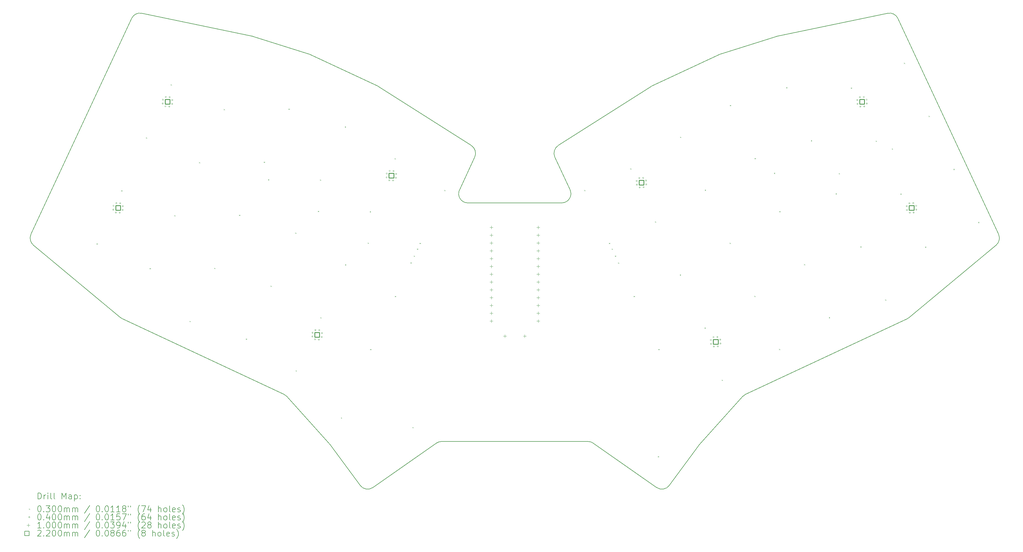
<source format=gbr>
%TF.GenerationSoftware,KiCad,Pcbnew,8.0.7*%
%TF.CreationDate,2024-12-25T21:28:27-05:00*%
%TF.ProjectId,mx,6d782e6b-6963-4616-945f-706362585858,v1.0.0*%
%TF.SameCoordinates,Original*%
%TF.FileFunction,Drillmap*%
%TF.FilePolarity,Positive*%
%FSLAX45Y45*%
G04 Gerber Fmt 4.5, Leading zero omitted, Abs format (unit mm)*
G04 Created by KiCad (PCBNEW 8.0.7) date 2024-12-25 21:28:27*
%MOMM*%
%LPD*%
G01*
G04 APERTURE LIST*
%ADD10C,0.150000*%
%ADD11C,0.200000*%
%ADD12C,0.100000*%
%ADD13C,0.220000*%
G04 APERTURE END LIST*
D10*
X14048078Y-8347818D02*
X12249127Y-7779796D01*
X22299017Y-13202224D02*
X19244612Y-13202224D01*
X25803076Y-22397092D02*
X26756733Y-21099194D01*
X33617872Y-16926740D02*
X36438710Y-14578435D01*
X13343414Y-19493834D02*
X14768083Y-21076090D01*
X19356753Y-11334381D02*
G75*
G02*
X19467559Y-11714249I-161073J-253079D01*
G01*
X13247406Y-19422751D02*
G75*
G02*
X13343412Y-19493835I-126946J-271829D01*
G01*
X14786895Y-21099194D02*
X15740552Y-22397092D01*
X5104919Y-14578436D02*
G75*
G02*
X5024968Y-14221089I191961J230566D01*
G01*
X26756733Y-21099194D02*
G75*
G02*
X26775546Y-21076090I241797J-177676D01*
G01*
X7990760Y-16967999D02*
G75*
G02*
X7925755Y-16926741I126990J271919D01*
G01*
X7990760Y-16967999D02*
X13247406Y-19422751D01*
X18216333Y-21021408D02*
G75*
G02*
X18388406Y-20967153I172057J-245692D01*
G01*
X32909969Y-7028887D02*
G75*
G02*
X33242745Y-7195858I60891J-293743D01*
G01*
X29294502Y-7779796D02*
X27495550Y-8347818D01*
X8300884Y-7195859D02*
G75*
G02*
X8633661Y-7028881I271896J-126781D01*
G01*
X14048078Y-8347818D02*
G75*
G02*
X14084534Y-8362003I-90398J-286262D01*
G01*
X22570909Y-12775439D02*
G75*
G02*
X22299017Y-13202224I-271899J-126781D01*
G01*
X12219681Y-7772117D02*
G75*
G02*
X12249126Y-7779796I-60961J-294023D01*
G01*
X25190022Y-9422903D02*
X22186875Y-11334381D01*
X36518662Y-14221087D02*
G75*
G02*
X36438707Y-14578432I-271892J-126783D01*
G01*
X33617872Y-16926740D02*
G75*
G02*
X33552868Y-16967999I-191832J230400D01*
G01*
X19244612Y-13202224D02*
G75*
G02*
X18972709Y-12775434I-22J299994D01*
G01*
X16319306Y-9404095D02*
G75*
G02*
X16353606Y-9422904I-126806J-271925D01*
G01*
X22076068Y-11714250D02*
X22570909Y-12775439D01*
X26775545Y-21076090D02*
X28200215Y-19493834D01*
X16154381Y-22465203D02*
G75*
G02*
X15740557Y-22397088I-172071J245733D01*
G01*
X36518662Y-14221087D02*
X33242744Y-7195859D01*
X5104919Y-14578436D02*
X7925756Y-16926740D01*
X27459094Y-8362003D02*
G75*
G02*
X27495550Y-8347818I126806J-271937D01*
G01*
X25190022Y-9422903D02*
G75*
G02*
X25224322Y-9404095I161148J-253197D01*
G01*
X14768083Y-21076090D02*
G75*
G02*
X14786895Y-21099194I-223293J-201030D01*
G01*
X16154381Y-22465203D02*
X18216333Y-21021408D01*
X18388406Y-20967154D02*
X23155222Y-20967154D01*
X22076068Y-11714250D02*
G75*
G02*
X22186871Y-11334376I271892J126791D01*
G01*
X18972719Y-12775439D02*
X19467560Y-11714250D01*
X23327295Y-21021409D02*
X25389248Y-22465203D01*
X32909969Y-7028887D02*
X29323948Y-7772117D01*
X23155222Y-20967154D02*
G75*
G02*
X23327294Y-21021410I-12J-300026D01*
G01*
X8300884Y-7195859D02*
X5024966Y-14221088D01*
X27459094Y-8362003D02*
X25224322Y-9404095D01*
X28296222Y-19422751D02*
X33552868Y-16968000D01*
X29294502Y-7779796D02*
G75*
G02*
X29323948Y-7772117I90298J-285964D01*
G01*
X19356753Y-11334381D02*
X16353606Y-9422904D01*
X16319306Y-9404095D02*
X14084534Y-8362003D01*
X12219681Y-7772117D02*
X8633660Y-7028887D01*
X28200215Y-19493834D02*
G75*
G02*
X28296222Y-19422749I222895J-200666D01*
G01*
X25803076Y-22397092D02*
G75*
G02*
X25389251Y-22465198I-241756J177662D01*
G01*
D11*
D12*
X7157689Y-14521979D02*
X7187689Y-14551979D01*
X7187689Y-14521979D02*
X7157689Y-14551979D01*
X7962777Y-12795463D02*
X7992777Y-12825463D01*
X7992777Y-12795463D02*
X7962777Y-12825463D01*
X8767865Y-11068946D02*
X8797865Y-11098946D01*
X8797865Y-11068946D02*
X8767865Y-11098946D01*
X8884206Y-15327067D02*
X8914206Y-15357067D01*
X8914206Y-15327067D02*
X8884206Y-15357067D01*
X9572953Y-9342430D02*
X9602953Y-9372430D01*
X9602953Y-9342430D02*
X9572953Y-9372430D01*
X9689294Y-13600550D02*
X9719294Y-13630550D01*
X9719294Y-13600550D02*
X9689294Y-13630550D01*
X10185991Y-17042994D02*
X10215991Y-17072994D01*
X10215991Y-17042994D02*
X10185991Y-17072994D01*
X10494382Y-11874034D02*
X10524382Y-11904034D01*
X10524382Y-11874034D02*
X10494382Y-11904034D01*
X10991079Y-15316478D02*
X11021079Y-15346478D01*
X11021079Y-15316478D02*
X10991079Y-15346478D01*
X11299469Y-10147518D02*
X11329469Y-10177518D01*
X11329469Y-10147518D02*
X11299469Y-10177518D01*
X11796167Y-13589961D02*
X11826167Y-13619961D01*
X11826167Y-13589961D02*
X11796167Y-13619961D01*
X12018162Y-17621505D02*
X12048162Y-17651505D01*
X12048162Y-17621505D02*
X12018162Y-17651505D01*
X12601254Y-11863445D02*
X12631254Y-11893445D01*
X12631254Y-11863445D02*
X12601254Y-11893445D01*
X12743390Y-12431761D02*
X12773390Y-12461761D01*
X12773390Y-12431761D02*
X12743390Y-12461761D01*
X12823250Y-15894988D02*
X12853250Y-15924988D01*
X12853250Y-15894988D02*
X12823250Y-15924988D01*
X13406342Y-10136929D02*
X13436342Y-10166929D01*
X13436342Y-10136929D02*
X13406342Y-10166929D01*
X13628337Y-14168472D02*
X13658337Y-14198472D01*
X13658337Y-14168472D02*
X13628337Y-14198472D01*
X13639023Y-18653169D02*
X13669023Y-18683169D01*
X13669023Y-18653169D02*
X13639023Y-18683169D01*
X14364252Y-13463426D02*
X14394252Y-13493426D01*
X14394252Y-13463426D02*
X14364252Y-13493426D01*
X14433425Y-12441955D02*
X14463425Y-12471955D01*
X14463425Y-12441955D02*
X14433425Y-12471955D01*
X14444111Y-16926653D02*
X14474111Y-16956653D01*
X14474111Y-16926653D02*
X14444111Y-16956653D01*
X15112214Y-20185904D02*
X15142214Y-20215904D01*
X15142214Y-20185904D02*
X15112214Y-20215904D01*
X15238513Y-10715439D02*
X15268513Y-10745439D01*
X15268513Y-10715439D02*
X15238513Y-10745439D01*
X15249199Y-15200137D02*
X15279199Y-15230137D01*
X15279199Y-15200137D02*
X15249199Y-15230137D01*
X15985114Y-14495090D02*
X16015114Y-14525090D01*
X16015114Y-14495090D02*
X15985114Y-14525090D01*
X16054287Y-13473620D02*
X16084287Y-13503620D01*
X16084287Y-13473620D02*
X16054287Y-13503620D01*
X16064973Y-17958318D02*
X16094973Y-17988318D01*
X16094973Y-17958318D02*
X16064973Y-17988318D01*
X16859375Y-11747104D02*
X16889375Y-11777104D01*
X16889375Y-11747104D02*
X16859375Y-11777104D01*
X16870061Y-16231801D02*
X16900061Y-16261801D01*
X16900061Y-16231801D02*
X16870061Y-16261801D01*
X17379169Y-15140016D02*
X17409169Y-15170016D01*
X17409169Y-15140016D02*
X17379169Y-15170016D01*
X17441703Y-20497597D02*
X17471703Y-20527597D01*
X17471703Y-20497597D02*
X17441703Y-20527597D01*
X17482857Y-14917655D02*
X17512857Y-14947655D01*
X17512857Y-14917655D02*
X17482857Y-14947655D01*
X17588512Y-14691078D02*
X17618512Y-14721078D01*
X17618512Y-14691078D02*
X17588512Y-14721078D01*
X17675149Y-14505285D02*
X17705149Y-14535285D01*
X17705149Y-14505285D02*
X17675149Y-14535285D01*
X18480237Y-12778769D02*
X18510237Y-12808769D01*
X18510237Y-12778769D02*
X18480237Y-12808769D01*
X23033392Y-12778769D02*
X23063392Y-12808769D01*
X23063392Y-12778769D02*
X23033392Y-12808769D01*
X23838480Y-14505285D02*
X23868480Y-14535285D01*
X23868480Y-14505285D02*
X23838480Y-14535285D01*
X23925116Y-14691077D02*
X23955116Y-14721077D01*
X23955116Y-14691077D02*
X23925116Y-14721077D01*
X24030771Y-14917655D02*
X24060771Y-14947655D01*
X24060771Y-14917655D02*
X24030771Y-14947655D01*
X24136426Y-15144232D02*
X24166426Y-15174232D01*
X24166426Y-15144232D02*
X24136426Y-15174232D01*
X24533331Y-12079335D02*
X24563331Y-12109335D01*
X24563331Y-12079335D02*
X24533331Y-12109335D01*
X24643568Y-16231801D02*
X24673568Y-16261801D01*
X24673568Y-16231801D02*
X24643568Y-16261801D01*
X25338419Y-13805852D02*
X25368419Y-13835852D01*
X25368419Y-13805852D02*
X25338419Y-13835852D01*
X25427622Y-21446866D02*
X25457622Y-21476866D01*
X25457622Y-21446866D02*
X25427622Y-21476866D01*
X25448655Y-17958317D02*
X25478655Y-17988317D01*
X25478655Y-17958317D02*
X25448655Y-17988317D01*
X26143507Y-15532368D02*
X26173507Y-15562368D01*
X26173507Y-15532368D02*
X26143507Y-15562368D01*
X26154193Y-11047671D02*
X26184193Y-11077671D01*
X26184193Y-11047671D02*
X26154193Y-11077671D01*
X26948595Y-17258884D02*
X26978595Y-17288884D01*
X26978595Y-17258884D02*
X26948595Y-17288884D01*
X26959281Y-12774187D02*
X26989281Y-12804187D01*
X26989281Y-12774187D02*
X26959281Y-12804187D01*
X27508825Y-18955999D02*
X27538825Y-18985999D01*
X27538825Y-18955999D02*
X27508825Y-18985999D01*
X27764368Y-14500703D02*
X27794368Y-14530703D01*
X27794368Y-14500703D02*
X27764368Y-14530703D01*
X27775055Y-10016006D02*
X27805055Y-10046006D01*
X27805055Y-10016006D02*
X27775055Y-10046006D01*
X28569456Y-16227220D02*
X28599456Y-16257220D01*
X28599456Y-16227220D02*
X28569456Y-16257220D01*
X28580142Y-11742522D02*
X28610142Y-11772522D01*
X28610142Y-11742522D02*
X28580142Y-11772522D01*
X29211459Y-12223258D02*
X29241459Y-12253258D01*
X29241459Y-12223258D02*
X29211459Y-12253258D01*
X29374544Y-17953736D02*
X29404544Y-17983736D01*
X29404544Y-17953736D02*
X29374544Y-17983736D01*
X29385230Y-13469038D02*
X29415230Y-13499038D01*
X29415230Y-13469038D02*
X29385230Y-13499038D01*
X29607225Y-9437495D02*
X29637225Y-9467495D01*
X29637225Y-9437495D02*
X29607225Y-9467495D01*
X30190318Y-15195555D02*
X30220318Y-15225555D01*
X30220318Y-15195555D02*
X30190318Y-15225555D01*
X30412313Y-11164012D02*
X30442313Y-11194011D01*
X30442313Y-11164012D02*
X30412313Y-11194011D01*
X30995406Y-16922071D02*
X31025406Y-16952071D01*
X31025406Y-16922071D02*
X30995406Y-16952071D01*
X31217401Y-12890528D02*
X31247401Y-12920528D01*
X31247401Y-12890528D02*
X31217401Y-12920528D01*
X31318332Y-12233847D02*
X31348332Y-12263847D01*
X31348332Y-12233847D02*
X31318332Y-12263847D01*
X31714098Y-9448084D02*
X31744098Y-9478084D01*
X31744098Y-9448084D02*
X31714098Y-9478084D01*
X32022489Y-14617044D02*
X32052489Y-14647044D01*
X32052489Y-14617044D02*
X32022489Y-14647044D01*
X32519186Y-11174601D02*
X32549186Y-11204601D01*
X32549186Y-11174601D02*
X32519186Y-11204601D01*
X32827576Y-16343561D02*
X32857576Y-16373561D01*
X32857576Y-16343561D02*
X32827576Y-16373561D01*
X33044849Y-11428759D02*
X33074849Y-11458759D01*
X33074849Y-11428759D02*
X33044849Y-11458759D01*
X33324274Y-12901117D02*
X33354274Y-12931117D01*
X33354274Y-12901117D02*
X33324274Y-12931117D01*
X33440614Y-8642997D02*
X33470614Y-8672997D01*
X33470614Y-8642997D02*
X33440614Y-8672997D01*
X34129362Y-14627633D02*
X34159362Y-14657633D01*
X34159362Y-14627633D02*
X34129362Y-14657633D01*
X34245702Y-10369513D02*
X34275702Y-10399513D01*
X34275702Y-10369513D02*
X34245702Y-10399513D01*
X35050790Y-12096029D02*
X35080790Y-12126029D01*
X35080790Y-12096029D02*
X35050790Y-12126029D01*
X35855878Y-13822545D02*
X35885878Y-13852545D01*
X35885878Y-13822545D02*
X35855878Y-13852545D01*
X7722520Y-13420458D02*
G75*
G02*
X7682520Y-13420458I-20000J0D01*
G01*
X7682520Y-13420458D02*
G75*
G02*
X7722520Y-13420458I20000J0D01*
G01*
X7728028Y-13294293D02*
G75*
G02*
X7688028Y-13294293I-20000J0D01*
G01*
X7688028Y-13294293D02*
G75*
G02*
X7728028Y-13294293I20000J0D01*
G01*
X7807837Y-13513566D02*
G75*
G02*
X7767837Y-13513566I-20000J0D01*
G01*
X7767837Y-13513566D02*
G75*
G02*
X7807837Y-13513566I20000J0D01*
G01*
X7821136Y-13208975D02*
G75*
G02*
X7781136Y-13208975I-20000J0D01*
G01*
X7781136Y-13208975D02*
G75*
G02*
X7821136Y-13208975I20000J0D01*
G01*
X7934003Y-13519074D02*
G75*
G02*
X7894003Y-13519074I-20000J0D01*
G01*
X7894003Y-13519074D02*
G75*
G02*
X7934003Y-13519074I20000J0D01*
G01*
X7947301Y-13214484D02*
G75*
G02*
X7907301Y-13214484I-20000J0D01*
G01*
X7907301Y-13214484D02*
G75*
G02*
X7947301Y-13214484I20000J0D01*
G01*
X8027110Y-13433757D02*
G75*
G02*
X7987110Y-13433757I-20000J0D01*
G01*
X7987110Y-13433757D02*
G75*
G02*
X8027110Y-13433757I20000J0D01*
G01*
X8032619Y-13307592D02*
G75*
G02*
X7992619Y-13307592I-20000J0D01*
G01*
X7992619Y-13307592D02*
G75*
G02*
X8032619Y-13307592I20000J0D01*
G01*
X9332696Y-9967426D02*
G75*
G02*
X9292696Y-9967426I-20000J0D01*
G01*
X9292696Y-9967426D02*
G75*
G02*
X9332696Y-9967426I20000J0D01*
G01*
X9338204Y-9841260D02*
G75*
G02*
X9298204Y-9841260I-20000J0D01*
G01*
X9298204Y-9841260D02*
G75*
G02*
X9338204Y-9841260I20000J0D01*
G01*
X9418013Y-10060533D02*
G75*
G02*
X9378013Y-10060533I-20000J0D01*
G01*
X9378013Y-10060533D02*
G75*
G02*
X9418013Y-10060533I20000J0D01*
G01*
X9431312Y-9755943D02*
G75*
G02*
X9391312Y-9755943I-20000J0D01*
G01*
X9391312Y-9755943D02*
G75*
G02*
X9431312Y-9755943I20000J0D01*
G01*
X9544178Y-10066042D02*
G75*
G02*
X9504178Y-10066042I-20000J0D01*
G01*
X9504178Y-10066042D02*
G75*
G02*
X9544178Y-10066042I20000J0D01*
G01*
X9557477Y-9761451D02*
G75*
G02*
X9517477Y-9761451I-20000J0D01*
G01*
X9517477Y-9761451D02*
G75*
G02*
X9557477Y-9761451I20000J0D01*
G01*
X9637286Y-9980724D02*
G75*
G02*
X9597286Y-9980724I-20000J0D01*
G01*
X9597286Y-9980724D02*
G75*
G02*
X9637286Y-9980724I20000J0D01*
G01*
X9642794Y-9854559D02*
G75*
G02*
X9602794Y-9854559I-20000J0D01*
G01*
X9602794Y-9854559D02*
G75*
G02*
X9642794Y-9854559I20000J0D01*
G01*
X14203854Y-17551649D02*
G75*
G02*
X14163854Y-17551649I-20000J0D01*
G01*
X14163854Y-17551649D02*
G75*
G02*
X14203854Y-17551649I20000J0D01*
G01*
X14209362Y-17425484D02*
G75*
G02*
X14169362Y-17425484I-20000J0D01*
G01*
X14169362Y-17425484D02*
G75*
G02*
X14209362Y-17425484I20000J0D01*
G01*
X14289171Y-17644757D02*
G75*
G02*
X14249171Y-17644757I-20000J0D01*
G01*
X14249171Y-17644757D02*
G75*
G02*
X14289171Y-17644757I20000J0D01*
G01*
X14302470Y-17340166D02*
G75*
G02*
X14262470Y-17340166I-20000J0D01*
G01*
X14262470Y-17340166D02*
G75*
G02*
X14302470Y-17340166I20000J0D01*
G01*
X14415336Y-17650265D02*
G75*
G02*
X14375336Y-17650265I-20000J0D01*
G01*
X14375336Y-17650265D02*
G75*
G02*
X14415336Y-17650265I20000J0D01*
G01*
X14428635Y-17345675D02*
G75*
G02*
X14388635Y-17345675I-20000J0D01*
G01*
X14388635Y-17345675D02*
G75*
G02*
X14428635Y-17345675I20000J0D01*
G01*
X14508444Y-17564948D02*
G75*
G02*
X14468444Y-17564948I-20000J0D01*
G01*
X14468444Y-17564948D02*
G75*
G02*
X14508444Y-17564948I20000J0D01*
G01*
X14513952Y-17438783D02*
G75*
G02*
X14473952Y-17438783I-20000J0D01*
G01*
X14473952Y-17438783D02*
G75*
G02*
X14513952Y-17438783I20000J0D01*
G01*
X16619117Y-12372100D02*
G75*
G02*
X16579117Y-12372100I-20000J0D01*
G01*
X16579117Y-12372100D02*
G75*
G02*
X16619117Y-12372100I20000J0D01*
G01*
X16624626Y-12245934D02*
G75*
G02*
X16584626Y-12245934I-20000J0D01*
G01*
X16584626Y-12245934D02*
G75*
G02*
X16624626Y-12245934I20000J0D01*
G01*
X16704435Y-12465207D02*
G75*
G02*
X16664435Y-12465207I-20000J0D01*
G01*
X16664435Y-12465207D02*
G75*
G02*
X16704435Y-12465207I20000J0D01*
G01*
X16717734Y-12160617D02*
G75*
G02*
X16677734Y-12160617I-20000J0D01*
G01*
X16677734Y-12160617D02*
G75*
G02*
X16717734Y-12160617I20000J0D01*
G01*
X16830600Y-12470716D02*
G75*
G02*
X16790600Y-12470716I-20000J0D01*
G01*
X16790600Y-12470716D02*
G75*
G02*
X16830600Y-12470716I20000J0D01*
G01*
X16843899Y-12166125D02*
G75*
G02*
X16803899Y-12166125I-20000J0D01*
G01*
X16803899Y-12166125D02*
G75*
G02*
X16843899Y-12166125I20000J0D01*
G01*
X16923708Y-12385398D02*
G75*
G02*
X16883708Y-12385398I-20000J0D01*
G01*
X16883708Y-12385398D02*
G75*
G02*
X16923708Y-12385398I20000J0D01*
G01*
X16929216Y-12259233D02*
G75*
G02*
X16889216Y-12259233I-20000J0D01*
G01*
X16889216Y-12259233D02*
G75*
G02*
X16929216Y-12259233I20000J0D01*
G01*
X24760067Y-12485810D02*
G75*
G02*
X24720067Y-12485810I-20000J0D01*
G01*
X24720067Y-12485810D02*
G75*
G02*
X24760067Y-12485810I20000J0D01*
G01*
X24765576Y-12611975D02*
G75*
G02*
X24725576Y-12611975I-20000J0D01*
G01*
X24725576Y-12611975D02*
G75*
G02*
X24765576Y-12611975I20000J0D01*
G01*
X24845384Y-12392702D02*
G75*
G02*
X24805384Y-12392702I-20000J0D01*
G01*
X24805384Y-12392702D02*
G75*
G02*
X24845384Y-12392702I20000J0D01*
G01*
X24858683Y-12697293D02*
G75*
G02*
X24818683Y-12697293I-20000J0D01*
G01*
X24818683Y-12697293D02*
G75*
G02*
X24858683Y-12697293I20000J0D01*
G01*
X24971550Y-12387194D02*
G75*
G02*
X24931550Y-12387194I-20000J0D01*
G01*
X24931550Y-12387194D02*
G75*
G02*
X24971550Y-12387194I20000J0D01*
G01*
X24984849Y-12691784D02*
G75*
G02*
X24944849Y-12691784I-20000J0D01*
G01*
X24944849Y-12691784D02*
G75*
G02*
X24984849Y-12691784I20000J0D01*
G01*
X25064657Y-12472511D02*
G75*
G02*
X25024657Y-12472511I-20000J0D01*
G01*
X25024657Y-12472511D02*
G75*
G02*
X25064657Y-12472511I20000J0D01*
G01*
X25070166Y-12598676D02*
G75*
G02*
X25030166Y-12598676I-20000J0D01*
G01*
X25030166Y-12598676D02*
G75*
G02*
X25070166Y-12598676I20000J0D01*
G01*
X27175330Y-17665359D02*
G75*
G02*
X27135330Y-17665359I-20000J0D01*
G01*
X27135330Y-17665359D02*
G75*
G02*
X27175330Y-17665359I20000J0D01*
G01*
X27180839Y-17791524D02*
G75*
G02*
X27140839Y-17791524I-20000J0D01*
G01*
X27140839Y-17791524D02*
G75*
G02*
X27180839Y-17791524I20000J0D01*
G01*
X27260648Y-17572251D02*
G75*
G02*
X27220648Y-17572251I-20000J0D01*
G01*
X27220648Y-17572251D02*
G75*
G02*
X27260648Y-17572251I20000J0D01*
G01*
X27273947Y-17876841D02*
G75*
G02*
X27233947Y-17876841I-20000J0D01*
G01*
X27233947Y-17876841D02*
G75*
G02*
X27273947Y-17876841I20000J0D01*
G01*
X27386813Y-17566743D02*
G75*
G02*
X27346813Y-17566743I-20000J0D01*
G01*
X27346813Y-17566743D02*
G75*
G02*
X27386813Y-17566743I20000J0D01*
G01*
X27400112Y-17871333D02*
G75*
G02*
X27360112Y-17871333I-20000J0D01*
G01*
X27360112Y-17871333D02*
G75*
G02*
X27400112Y-17871333I20000J0D01*
G01*
X27479921Y-17652060D02*
G75*
G02*
X27439921Y-17652060I-20000J0D01*
G01*
X27439921Y-17652060D02*
G75*
G02*
X27479921Y-17652060I20000J0D01*
G01*
X27485429Y-17778225D02*
G75*
G02*
X27445429Y-17778225I-20000J0D01*
G01*
X27445429Y-17778225D02*
G75*
G02*
X27485429Y-17778225I20000J0D01*
G01*
X31940834Y-9854559D02*
G75*
G02*
X31900834Y-9854559I-20000J0D01*
G01*
X31900834Y-9854559D02*
G75*
G02*
X31940834Y-9854559I20000J0D01*
G01*
X31946342Y-9980724D02*
G75*
G02*
X31906342Y-9980724I-20000J0D01*
G01*
X31906342Y-9980724D02*
G75*
G02*
X31946342Y-9980724I20000J0D01*
G01*
X32026151Y-9761451D02*
G75*
G02*
X31986151Y-9761451I-20000J0D01*
G01*
X31986151Y-9761451D02*
G75*
G02*
X32026151Y-9761451I20000J0D01*
G01*
X32039450Y-10066042D02*
G75*
G02*
X31999450Y-10066042I-20000J0D01*
G01*
X31999450Y-10066042D02*
G75*
G02*
X32039450Y-10066042I20000J0D01*
G01*
X32152316Y-9755943D02*
G75*
G02*
X32112316Y-9755943I-20000J0D01*
G01*
X32112316Y-9755943D02*
G75*
G02*
X32152316Y-9755943I20000J0D01*
G01*
X32165615Y-10060533D02*
G75*
G02*
X32125615Y-10060533I-20000J0D01*
G01*
X32125615Y-10060533D02*
G75*
G02*
X32165615Y-10060533I20000J0D01*
G01*
X32245424Y-9841260D02*
G75*
G02*
X32205424Y-9841260I-20000J0D01*
G01*
X32205424Y-9841260D02*
G75*
G02*
X32245424Y-9841260I20000J0D01*
G01*
X32250933Y-9967425D02*
G75*
G02*
X32210933Y-9967425I-20000J0D01*
G01*
X32210933Y-9967425D02*
G75*
G02*
X32250933Y-9967425I20000J0D01*
G01*
X33551010Y-13307592D02*
G75*
G02*
X33511010Y-13307592I-20000J0D01*
G01*
X33511010Y-13307592D02*
G75*
G02*
X33551010Y-13307592I20000J0D01*
G01*
X33556518Y-13433757D02*
G75*
G02*
X33516518Y-13433757I-20000J0D01*
G01*
X33516518Y-13433757D02*
G75*
G02*
X33556518Y-13433757I20000J0D01*
G01*
X33636327Y-13214484D02*
G75*
G02*
X33596327Y-13214484I-20000J0D01*
G01*
X33596327Y-13214484D02*
G75*
G02*
X33636327Y-13214484I20000J0D01*
G01*
X33649626Y-13519075D02*
G75*
G02*
X33609626Y-13519075I-20000J0D01*
G01*
X33609626Y-13519075D02*
G75*
G02*
X33649626Y-13519075I20000J0D01*
G01*
X33762492Y-13208976D02*
G75*
G02*
X33722492Y-13208976I-20000J0D01*
G01*
X33722492Y-13208976D02*
G75*
G02*
X33762492Y-13208976I20000J0D01*
G01*
X33775791Y-13513566D02*
G75*
G02*
X33735791Y-13513566I-20000J0D01*
G01*
X33735791Y-13513566D02*
G75*
G02*
X33775791Y-13513566I20000J0D01*
G01*
X33855600Y-13294293D02*
G75*
G02*
X33815600Y-13294293I-20000J0D01*
G01*
X33815600Y-13294293D02*
G75*
G02*
X33855600Y-13294293I20000J0D01*
G01*
X33861108Y-13420458D02*
G75*
G02*
X33821108Y-13420458I-20000J0D01*
G01*
X33821108Y-13420458D02*
G75*
G02*
X33861108Y-13420458I20000J0D01*
G01*
X20009814Y-14713062D02*
X20009814Y-14813062D01*
X19959814Y-14763062D02*
X20059814Y-14763062D01*
X20009814Y-14967062D02*
X20009814Y-15067062D01*
X19959814Y-15017062D02*
X20059814Y-15017062D01*
X20009814Y-15475062D02*
X20009814Y-15575062D01*
X19959814Y-15525062D02*
X20059814Y-15525062D01*
X20009814Y-15983062D02*
X20009814Y-16083062D01*
X19959814Y-16033062D02*
X20059814Y-16033062D01*
X20009815Y-14205062D02*
X20009815Y-14305062D01*
X19959815Y-14255062D02*
X20059815Y-14255062D01*
X20009815Y-15729062D02*
X20009815Y-15829062D01*
X19959815Y-15779062D02*
X20059815Y-15779062D01*
X20009815Y-16745062D02*
X20009815Y-16845062D01*
X19959815Y-16795062D02*
X20059815Y-16795062D01*
X20009815Y-13951062D02*
X20009815Y-14051062D01*
X19959815Y-14001062D02*
X20059815Y-14001062D01*
X20009815Y-14459062D02*
X20009815Y-14559062D01*
X19959815Y-14509062D02*
X20059815Y-14509062D01*
X20009815Y-15221062D02*
X20009815Y-15321062D01*
X19959815Y-15271062D02*
X20059815Y-15271062D01*
X20009815Y-16237062D02*
X20009815Y-16337062D01*
X19959815Y-16287062D02*
X20059815Y-16287062D01*
X20009815Y-16491062D02*
X20009815Y-16591062D01*
X19959815Y-16541062D02*
X20059815Y-16541062D01*
X20009815Y-16999062D02*
X20009815Y-17099062D01*
X19959815Y-17049062D02*
X20059815Y-17049062D01*
X20446814Y-17484562D02*
X20446814Y-17584562D01*
X20396814Y-17534562D02*
X20496814Y-17534562D01*
X21096814Y-17484562D02*
X21096814Y-17584562D01*
X21046814Y-17534562D02*
X21146814Y-17534562D01*
X21533814Y-13951062D02*
X21533814Y-14051062D01*
X21483814Y-14001062D02*
X21583814Y-14001062D01*
X21533814Y-14459062D02*
X21533814Y-14559062D01*
X21483814Y-14509062D02*
X21583814Y-14509062D01*
X21533814Y-14713062D02*
X21533814Y-14813062D01*
X21483814Y-14763062D02*
X21583814Y-14763062D01*
X21533814Y-15729062D02*
X21533814Y-15829062D01*
X21483814Y-15779062D02*
X21583814Y-15779062D01*
X21533814Y-16491062D02*
X21533814Y-16591062D01*
X21483814Y-16541062D02*
X21583814Y-16541062D01*
X21533814Y-16999062D02*
X21533814Y-17099062D01*
X21483814Y-17049062D02*
X21583814Y-17049062D01*
X21533815Y-14205062D02*
X21533815Y-14305062D01*
X21483815Y-14255062D02*
X21583815Y-14255062D01*
X21533815Y-15221062D02*
X21533815Y-15321062D01*
X21483815Y-15271062D02*
X21583815Y-15271062D01*
X21533815Y-16745062D02*
X21533815Y-16845062D01*
X21483815Y-16795062D02*
X21583815Y-16795062D01*
X21533815Y-14967062D02*
X21533815Y-15067062D01*
X21483815Y-15017062D02*
X21583815Y-15017062D01*
X21533815Y-15475062D02*
X21533815Y-15575062D01*
X21483815Y-15525062D02*
X21583815Y-15525062D01*
X21533815Y-15983062D02*
X21533815Y-16083062D01*
X21483815Y-16033062D02*
X21583815Y-16033062D01*
X21533815Y-16237062D02*
X21533815Y-16337062D01*
X21483815Y-16287062D02*
X21583815Y-16287062D01*
D13*
X7935352Y-13441807D02*
X7935352Y-13286242D01*
X7779787Y-13286242D01*
X7779787Y-13441807D01*
X7935352Y-13441807D01*
X9545527Y-9988775D02*
X9545527Y-9833210D01*
X9389962Y-9833210D01*
X9389962Y-9988775D01*
X9545527Y-9988775D01*
X14416685Y-17572998D02*
X14416685Y-17417433D01*
X14261120Y-17417433D01*
X14261120Y-17572998D01*
X14416685Y-17572998D01*
X16831949Y-12393449D02*
X16831949Y-12237884D01*
X16676384Y-12237884D01*
X16676384Y-12393449D01*
X16831949Y-12393449D01*
X24972899Y-12620026D02*
X24972899Y-12464461D01*
X24817334Y-12464461D01*
X24817334Y-12620026D01*
X24972899Y-12620026D01*
X27388162Y-17799575D02*
X27388162Y-17644010D01*
X27232597Y-17644010D01*
X27232597Y-17799575D01*
X27388162Y-17799575D01*
X32153666Y-9988775D02*
X32153666Y-9833210D01*
X31998101Y-9833210D01*
X31998101Y-9988775D01*
X32153666Y-9988775D01*
X33763842Y-13441808D02*
X33763842Y-13286243D01*
X33608277Y-13286243D01*
X33608277Y-13441808D01*
X33763842Y-13441808D01*
D11*
X5250141Y-22838442D02*
X5250141Y-22638442D01*
X5250141Y-22638442D02*
X5297760Y-22638442D01*
X5297760Y-22638442D02*
X5326331Y-22647966D01*
X5326331Y-22647966D02*
X5345379Y-22667013D01*
X5345379Y-22667013D02*
X5354903Y-22686061D01*
X5354903Y-22686061D02*
X5364426Y-22724156D01*
X5364426Y-22724156D02*
X5364426Y-22752728D01*
X5364426Y-22752728D02*
X5354903Y-22790823D01*
X5354903Y-22790823D02*
X5345379Y-22809871D01*
X5345379Y-22809871D02*
X5326331Y-22828918D01*
X5326331Y-22828918D02*
X5297760Y-22838442D01*
X5297760Y-22838442D02*
X5250141Y-22838442D01*
X5450141Y-22838442D02*
X5450141Y-22705109D01*
X5450141Y-22743204D02*
X5459665Y-22724156D01*
X5459665Y-22724156D02*
X5469188Y-22714632D01*
X5469188Y-22714632D02*
X5488236Y-22705109D01*
X5488236Y-22705109D02*
X5507284Y-22705109D01*
X5573950Y-22838442D02*
X5573950Y-22705109D01*
X5573950Y-22638442D02*
X5564426Y-22647966D01*
X5564426Y-22647966D02*
X5573950Y-22657490D01*
X5573950Y-22657490D02*
X5583474Y-22647966D01*
X5583474Y-22647966D02*
X5573950Y-22638442D01*
X5573950Y-22638442D02*
X5573950Y-22657490D01*
X5697760Y-22838442D02*
X5678712Y-22828918D01*
X5678712Y-22828918D02*
X5669188Y-22809871D01*
X5669188Y-22809871D02*
X5669188Y-22638442D01*
X5802522Y-22838442D02*
X5783474Y-22828918D01*
X5783474Y-22828918D02*
X5773950Y-22809871D01*
X5773950Y-22809871D02*
X5773950Y-22638442D01*
X6031093Y-22838442D02*
X6031093Y-22638442D01*
X6031093Y-22638442D02*
X6097760Y-22781299D01*
X6097760Y-22781299D02*
X6164426Y-22638442D01*
X6164426Y-22638442D02*
X6164426Y-22838442D01*
X6345379Y-22838442D02*
X6345379Y-22733680D01*
X6345379Y-22733680D02*
X6335855Y-22714632D01*
X6335855Y-22714632D02*
X6316807Y-22705109D01*
X6316807Y-22705109D02*
X6278712Y-22705109D01*
X6278712Y-22705109D02*
X6259664Y-22714632D01*
X6345379Y-22828918D02*
X6326331Y-22838442D01*
X6326331Y-22838442D02*
X6278712Y-22838442D01*
X6278712Y-22838442D02*
X6259664Y-22828918D01*
X6259664Y-22828918D02*
X6250141Y-22809871D01*
X6250141Y-22809871D02*
X6250141Y-22790823D01*
X6250141Y-22790823D02*
X6259664Y-22771775D01*
X6259664Y-22771775D02*
X6278712Y-22762252D01*
X6278712Y-22762252D02*
X6326331Y-22762252D01*
X6326331Y-22762252D02*
X6345379Y-22752728D01*
X6440617Y-22705109D02*
X6440617Y-22905109D01*
X6440617Y-22714632D02*
X6459664Y-22705109D01*
X6459664Y-22705109D02*
X6497760Y-22705109D01*
X6497760Y-22705109D02*
X6516807Y-22714632D01*
X6516807Y-22714632D02*
X6526331Y-22724156D01*
X6526331Y-22724156D02*
X6535855Y-22743204D01*
X6535855Y-22743204D02*
X6535855Y-22800347D01*
X6535855Y-22800347D02*
X6526331Y-22819394D01*
X6526331Y-22819394D02*
X6516807Y-22828918D01*
X6516807Y-22828918D02*
X6497760Y-22838442D01*
X6497760Y-22838442D02*
X6459664Y-22838442D01*
X6459664Y-22838442D02*
X6440617Y-22828918D01*
X6621569Y-22819394D02*
X6631093Y-22828918D01*
X6631093Y-22828918D02*
X6621569Y-22838442D01*
X6621569Y-22838442D02*
X6612045Y-22828918D01*
X6612045Y-22828918D02*
X6621569Y-22819394D01*
X6621569Y-22819394D02*
X6621569Y-22838442D01*
X6621569Y-22714632D02*
X6631093Y-22724156D01*
X6631093Y-22724156D02*
X6621569Y-22733680D01*
X6621569Y-22733680D02*
X6612045Y-22724156D01*
X6612045Y-22724156D02*
X6621569Y-22714632D01*
X6621569Y-22714632D02*
X6621569Y-22733680D01*
D12*
X4959364Y-23151958D02*
X4989364Y-23181958D01*
X4989364Y-23151958D02*
X4959364Y-23181958D01*
D11*
X5288236Y-23058442D02*
X5307284Y-23058442D01*
X5307284Y-23058442D02*
X5326331Y-23067966D01*
X5326331Y-23067966D02*
X5335855Y-23077490D01*
X5335855Y-23077490D02*
X5345379Y-23096537D01*
X5345379Y-23096537D02*
X5354903Y-23134632D01*
X5354903Y-23134632D02*
X5354903Y-23182252D01*
X5354903Y-23182252D02*
X5345379Y-23220347D01*
X5345379Y-23220347D02*
X5335855Y-23239394D01*
X5335855Y-23239394D02*
X5326331Y-23248918D01*
X5326331Y-23248918D02*
X5307284Y-23258442D01*
X5307284Y-23258442D02*
X5288236Y-23258442D01*
X5288236Y-23258442D02*
X5269188Y-23248918D01*
X5269188Y-23248918D02*
X5259665Y-23239394D01*
X5259665Y-23239394D02*
X5250141Y-23220347D01*
X5250141Y-23220347D02*
X5240617Y-23182252D01*
X5240617Y-23182252D02*
X5240617Y-23134632D01*
X5240617Y-23134632D02*
X5250141Y-23096537D01*
X5250141Y-23096537D02*
X5259665Y-23077490D01*
X5259665Y-23077490D02*
X5269188Y-23067966D01*
X5269188Y-23067966D02*
X5288236Y-23058442D01*
X5440617Y-23239394D02*
X5450141Y-23248918D01*
X5450141Y-23248918D02*
X5440617Y-23258442D01*
X5440617Y-23258442D02*
X5431093Y-23248918D01*
X5431093Y-23248918D02*
X5440617Y-23239394D01*
X5440617Y-23239394D02*
X5440617Y-23258442D01*
X5516807Y-23058442D02*
X5640617Y-23058442D01*
X5640617Y-23058442D02*
X5573950Y-23134632D01*
X5573950Y-23134632D02*
X5602522Y-23134632D01*
X5602522Y-23134632D02*
X5621569Y-23144156D01*
X5621569Y-23144156D02*
X5631093Y-23153680D01*
X5631093Y-23153680D02*
X5640617Y-23172728D01*
X5640617Y-23172728D02*
X5640617Y-23220347D01*
X5640617Y-23220347D02*
X5631093Y-23239394D01*
X5631093Y-23239394D02*
X5621569Y-23248918D01*
X5621569Y-23248918D02*
X5602522Y-23258442D01*
X5602522Y-23258442D02*
X5545379Y-23258442D01*
X5545379Y-23258442D02*
X5526331Y-23248918D01*
X5526331Y-23248918D02*
X5516807Y-23239394D01*
X5764426Y-23058442D02*
X5783474Y-23058442D01*
X5783474Y-23058442D02*
X5802522Y-23067966D01*
X5802522Y-23067966D02*
X5812045Y-23077490D01*
X5812045Y-23077490D02*
X5821569Y-23096537D01*
X5821569Y-23096537D02*
X5831093Y-23134632D01*
X5831093Y-23134632D02*
X5831093Y-23182252D01*
X5831093Y-23182252D02*
X5821569Y-23220347D01*
X5821569Y-23220347D02*
X5812045Y-23239394D01*
X5812045Y-23239394D02*
X5802522Y-23248918D01*
X5802522Y-23248918D02*
X5783474Y-23258442D01*
X5783474Y-23258442D02*
X5764426Y-23258442D01*
X5764426Y-23258442D02*
X5745379Y-23248918D01*
X5745379Y-23248918D02*
X5735855Y-23239394D01*
X5735855Y-23239394D02*
X5726331Y-23220347D01*
X5726331Y-23220347D02*
X5716807Y-23182252D01*
X5716807Y-23182252D02*
X5716807Y-23134632D01*
X5716807Y-23134632D02*
X5726331Y-23096537D01*
X5726331Y-23096537D02*
X5735855Y-23077490D01*
X5735855Y-23077490D02*
X5745379Y-23067966D01*
X5745379Y-23067966D02*
X5764426Y-23058442D01*
X5954903Y-23058442D02*
X5973950Y-23058442D01*
X5973950Y-23058442D02*
X5992998Y-23067966D01*
X5992998Y-23067966D02*
X6002522Y-23077490D01*
X6002522Y-23077490D02*
X6012045Y-23096537D01*
X6012045Y-23096537D02*
X6021569Y-23134632D01*
X6021569Y-23134632D02*
X6021569Y-23182252D01*
X6021569Y-23182252D02*
X6012045Y-23220347D01*
X6012045Y-23220347D02*
X6002522Y-23239394D01*
X6002522Y-23239394D02*
X5992998Y-23248918D01*
X5992998Y-23248918D02*
X5973950Y-23258442D01*
X5973950Y-23258442D02*
X5954903Y-23258442D01*
X5954903Y-23258442D02*
X5935855Y-23248918D01*
X5935855Y-23248918D02*
X5926331Y-23239394D01*
X5926331Y-23239394D02*
X5916807Y-23220347D01*
X5916807Y-23220347D02*
X5907284Y-23182252D01*
X5907284Y-23182252D02*
X5907284Y-23134632D01*
X5907284Y-23134632D02*
X5916807Y-23096537D01*
X5916807Y-23096537D02*
X5926331Y-23077490D01*
X5926331Y-23077490D02*
X5935855Y-23067966D01*
X5935855Y-23067966D02*
X5954903Y-23058442D01*
X6107284Y-23258442D02*
X6107284Y-23125109D01*
X6107284Y-23144156D02*
X6116807Y-23134632D01*
X6116807Y-23134632D02*
X6135855Y-23125109D01*
X6135855Y-23125109D02*
X6164426Y-23125109D01*
X6164426Y-23125109D02*
X6183474Y-23134632D01*
X6183474Y-23134632D02*
X6192998Y-23153680D01*
X6192998Y-23153680D02*
X6192998Y-23258442D01*
X6192998Y-23153680D02*
X6202522Y-23134632D01*
X6202522Y-23134632D02*
X6221569Y-23125109D01*
X6221569Y-23125109D02*
X6250141Y-23125109D01*
X6250141Y-23125109D02*
X6269188Y-23134632D01*
X6269188Y-23134632D02*
X6278712Y-23153680D01*
X6278712Y-23153680D02*
X6278712Y-23258442D01*
X6373950Y-23258442D02*
X6373950Y-23125109D01*
X6373950Y-23144156D02*
X6383474Y-23134632D01*
X6383474Y-23134632D02*
X6402522Y-23125109D01*
X6402522Y-23125109D02*
X6431093Y-23125109D01*
X6431093Y-23125109D02*
X6450141Y-23134632D01*
X6450141Y-23134632D02*
X6459665Y-23153680D01*
X6459665Y-23153680D02*
X6459665Y-23258442D01*
X6459665Y-23153680D02*
X6469188Y-23134632D01*
X6469188Y-23134632D02*
X6488236Y-23125109D01*
X6488236Y-23125109D02*
X6516807Y-23125109D01*
X6516807Y-23125109D02*
X6535855Y-23134632D01*
X6535855Y-23134632D02*
X6545379Y-23153680D01*
X6545379Y-23153680D02*
X6545379Y-23258442D01*
X6935855Y-23048918D02*
X6764427Y-23306061D01*
X7192998Y-23058442D02*
X7212046Y-23058442D01*
X7212046Y-23058442D02*
X7231093Y-23067966D01*
X7231093Y-23067966D02*
X7240617Y-23077490D01*
X7240617Y-23077490D02*
X7250141Y-23096537D01*
X7250141Y-23096537D02*
X7259665Y-23134632D01*
X7259665Y-23134632D02*
X7259665Y-23182252D01*
X7259665Y-23182252D02*
X7250141Y-23220347D01*
X7250141Y-23220347D02*
X7240617Y-23239394D01*
X7240617Y-23239394D02*
X7231093Y-23248918D01*
X7231093Y-23248918D02*
X7212046Y-23258442D01*
X7212046Y-23258442D02*
X7192998Y-23258442D01*
X7192998Y-23258442D02*
X7173950Y-23248918D01*
X7173950Y-23248918D02*
X7164427Y-23239394D01*
X7164427Y-23239394D02*
X7154903Y-23220347D01*
X7154903Y-23220347D02*
X7145379Y-23182252D01*
X7145379Y-23182252D02*
X7145379Y-23134632D01*
X7145379Y-23134632D02*
X7154903Y-23096537D01*
X7154903Y-23096537D02*
X7164427Y-23077490D01*
X7164427Y-23077490D02*
X7173950Y-23067966D01*
X7173950Y-23067966D02*
X7192998Y-23058442D01*
X7345379Y-23239394D02*
X7354903Y-23248918D01*
X7354903Y-23248918D02*
X7345379Y-23258442D01*
X7345379Y-23258442D02*
X7335855Y-23248918D01*
X7335855Y-23248918D02*
X7345379Y-23239394D01*
X7345379Y-23239394D02*
X7345379Y-23258442D01*
X7478712Y-23058442D02*
X7497760Y-23058442D01*
X7497760Y-23058442D02*
X7516808Y-23067966D01*
X7516808Y-23067966D02*
X7526331Y-23077490D01*
X7526331Y-23077490D02*
X7535855Y-23096537D01*
X7535855Y-23096537D02*
X7545379Y-23134632D01*
X7545379Y-23134632D02*
X7545379Y-23182252D01*
X7545379Y-23182252D02*
X7535855Y-23220347D01*
X7535855Y-23220347D02*
X7526331Y-23239394D01*
X7526331Y-23239394D02*
X7516808Y-23248918D01*
X7516808Y-23248918D02*
X7497760Y-23258442D01*
X7497760Y-23258442D02*
X7478712Y-23258442D01*
X7478712Y-23258442D02*
X7459665Y-23248918D01*
X7459665Y-23248918D02*
X7450141Y-23239394D01*
X7450141Y-23239394D02*
X7440617Y-23220347D01*
X7440617Y-23220347D02*
X7431093Y-23182252D01*
X7431093Y-23182252D02*
X7431093Y-23134632D01*
X7431093Y-23134632D02*
X7440617Y-23096537D01*
X7440617Y-23096537D02*
X7450141Y-23077490D01*
X7450141Y-23077490D02*
X7459665Y-23067966D01*
X7459665Y-23067966D02*
X7478712Y-23058442D01*
X7735855Y-23258442D02*
X7621569Y-23258442D01*
X7678712Y-23258442D02*
X7678712Y-23058442D01*
X7678712Y-23058442D02*
X7659665Y-23087013D01*
X7659665Y-23087013D02*
X7640617Y-23106061D01*
X7640617Y-23106061D02*
X7621569Y-23115585D01*
X7926331Y-23258442D02*
X7812046Y-23258442D01*
X7869188Y-23258442D02*
X7869188Y-23058442D01*
X7869188Y-23058442D02*
X7850141Y-23087013D01*
X7850141Y-23087013D02*
X7831093Y-23106061D01*
X7831093Y-23106061D02*
X7812046Y-23115585D01*
X8040617Y-23144156D02*
X8021569Y-23134632D01*
X8021569Y-23134632D02*
X8012046Y-23125109D01*
X8012046Y-23125109D02*
X8002522Y-23106061D01*
X8002522Y-23106061D02*
X8002522Y-23096537D01*
X8002522Y-23096537D02*
X8012046Y-23077490D01*
X8012046Y-23077490D02*
X8021569Y-23067966D01*
X8021569Y-23067966D02*
X8040617Y-23058442D01*
X8040617Y-23058442D02*
X8078712Y-23058442D01*
X8078712Y-23058442D02*
X8097760Y-23067966D01*
X8097760Y-23067966D02*
X8107284Y-23077490D01*
X8107284Y-23077490D02*
X8116808Y-23096537D01*
X8116808Y-23096537D02*
X8116808Y-23106061D01*
X8116808Y-23106061D02*
X8107284Y-23125109D01*
X8107284Y-23125109D02*
X8097760Y-23134632D01*
X8097760Y-23134632D02*
X8078712Y-23144156D01*
X8078712Y-23144156D02*
X8040617Y-23144156D01*
X8040617Y-23144156D02*
X8021569Y-23153680D01*
X8021569Y-23153680D02*
X8012046Y-23163204D01*
X8012046Y-23163204D02*
X8002522Y-23182252D01*
X8002522Y-23182252D02*
X8002522Y-23220347D01*
X8002522Y-23220347D02*
X8012046Y-23239394D01*
X8012046Y-23239394D02*
X8021569Y-23248918D01*
X8021569Y-23248918D02*
X8040617Y-23258442D01*
X8040617Y-23258442D02*
X8078712Y-23258442D01*
X8078712Y-23258442D02*
X8097760Y-23248918D01*
X8097760Y-23248918D02*
X8107284Y-23239394D01*
X8107284Y-23239394D02*
X8116808Y-23220347D01*
X8116808Y-23220347D02*
X8116808Y-23182252D01*
X8116808Y-23182252D02*
X8107284Y-23163204D01*
X8107284Y-23163204D02*
X8097760Y-23153680D01*
X8097760Y-23153680D02*
X8078712Y-23144156D01*
X8192998Y-23058442D02*
X8192998Y-23096537D01*
X8269189Y-23058442D02*
X8269189Y-23096537D01*
X8564427Y-23334632D02*
X8554903Y-23325109D01*
X8554903Y-23325109D02*
X8535855Y-23296537D01*
X8535855Y-23296537D02*
X8526332Y-23277490D01*
X8526332Y-23277490D02*
X8516808Y-23248918D01*
X8516808Y-23248918D02*
X8507284Y-23201299D01*
X8507284Y-23201299D02*
X8507284Y-23163204D01*
X8507284Y-23163204D02*
X8516808Y-23115585D01*
X8516808Y-23115585D02*
X8526332Y-23087013D01*
X8526332Y-23087013D02*
X8535855Y-23067966D01*
X8535855Y-23067966D02*
X8554903Y-23039394D01*
X8554903Y-23039394D02*
X8564427Y-23029871D01*
X8621570Y-23058442D02*
X8754903Y-23058442D01*
X8754903Y-23058442D02*
X8669189Y-23258442D01*
X8916808Y-23125109D02*
X8916808Y-23258442D01*
X8869189Y-23048918D02*
X8821570Y-23191775D01*
X8821570Y-23191775D02*
X8945379Y-23191775D01*
X9173951Y-23258442D02*
X9173951Y-23058442D01*
X9259665Y-23258442D02*
X9259665Y-23153680D01*
X9259665Y-23153680D02*
X9250141Y-23134632D01*
X9250141Y-23134632D02*
X9231094Y-23125109D01*
X9231094Y-23125109D02*
X9202522Y-23125109D01*
X9202522Y-23125109D02*
X9183474Y-23134632D01*
X9183474Y-23134632D02*
X9173951Y-23144156D01*
X9383474Y-23258442D02*
X9364427Y-23248918D01*
X9364427Y-23248918D02*
X9354903Y-23239394D01*
X9354903Y-23239394D02*
X9345379Y-23220347D01*
X9345379Y-23220347D02*
X9345379Y-23163204D01*
X9345379Y-23163204D02*
X9354903Y-23144156D01*
X9354903Y-23144156D02*
X9364427Y-23134632D01*
X9364427Y-23134632D02*
X9383474Y-23125109D01*
X9383474Y-23125109D02*
X9412046Y-23125109D01*
X9412046Y-23125109D02*
X9431094Y-23134632D01*
X9431094Y-23134632D02*
X9440617Y-23144156D01*
X9440617Y-23144156D02*
X9450141Y-23163204D01*
X9450141Y-23163204D02*
X9450141Y-23220347D01*
X9450141Y-23220347D02*
X9440617Y-23239394D01*
X9440617Y-23239394D02*
X9431094Y-23248918D01*
X9431094Y-23248918D02*
X9412046Y-23258442D01*
X9412046Y-23258442D02*
X9383474Y-23258442D01*
X9564427Y-23258442D02*
X9545379Y-23248918D01*
X9545379Y-23248918D02*
X9535855Y-23229871D01*
X9535855Y-23229871D02*
X9535855Y-23058442D01*
X9716808Y-23248918D02*
X9697760Y-23258442D01*
X9697760Y-23258442D02*
X9659665Y-23258442D01*
X9659665Y-23258442D02*
X9640617Y-23248918D01*
X9640617Y-23248918D02*
X9631094Y-23229871D01*
X9631094Y-23229871D02*
X9631094Y-23153680D01*
X9631094Y-23153680D02*
X9640617Y-23134632D01*
X9640617Y-23134632D02*
X9659665Y-23125109D01*
X9659665Y-23125109D02*
X9697760Y-23125109D01*
X9697760Y-23125109D02*
X9716808Y-23134632D01*
X9716808Y-23134632D02*
X9726332Y-23153680D01*
X9726332Y-23153680D02*
X9726332Y-23172728D01*
X9726332Y-23172728D02*
X9631094Y-23191775D01*
X9802522Y-23248918D02*
X9821570Y-23258442D01*
X9821570Y-23258442D02*
X9859665Y-23258442D01*
X9859665Y-23258442D02*
X9878713Y-23248918D01*
X9878713Y-23248918D02*
X9888236Y-23229871D01*
X9888236Y-23229871D02*
X9888236Y-23220347D01*
X9888236Y-23220347D02*
X9878713Y-23201299D01*
X9878713Y-23201299D02*
X9859665Y-23191775D01*
X9859665Y-23191775D02*
X9831094Y-23191775D01*
X9831094Y-23191775D02*
X9812046Y-23182252D01*
X9812046Y-23182252D02*
X9802522Y-23163204D01*
X9802522Y-23163204D02*
X9802522Y-23153680D01*
X9802522Y-23153680D02*
X9812046Y-23134632D01*
X9812046Y-23134632D02*
X9831094Y-23125109D01*
X9831094Y-23125109D02*
X9859665Y-23125109D01*
X9859665Y-23125109D02*
X9878713Y-23134632D01*
X9954903Y-23334632D02*
X9964427Y-23325109D01*
X9964427Y-23325109D02*
X9983475Y-23296537D01*
X9983475Y-23296537D02*
X9992998Y-23277490D01*
X9992998Y-23277490D02*
X10002522Y-23248918D01*
X10002522Y-23248918D02*
X10012046Y-23201299D01*
X10012046Y-23201299D02*
X10012046Y-23163204D01*
X10012046Y-23163204D02*
X10002522Y-23115585D01*
X10002522Y-23115585D02*
X9992998Y-23087013D01*
X9992998Y-23087013D02*
X9983475Y-23067966D01*
X9983475Y-23067966D02*
X9964427Y-23039394D01*
X9964427Y-23039394D02*
X9954903Y-23029871D01*
D12*
X4989364Y-23430958D02*
G75*
G02*
X4949364Y-23430958I-20000J0D01*
G01*
X4949364Y-23430958D02*
G75*
G02*
X4989364Y-23430958I20000J0D01*
G01*
D11*
X5288236Y-23322442D02*
X5307284Y-23322442D01*
X5307284Y-23322442D02*
X5326331Y-23331966D01*
X5326331Y-23331966D02*
X5335855Y-23341490D01*
X5335855Y-23341490D02*
X5345379Y-23360537D01*
X5345379Y-23360537D02*
X5354903Y-23398632D01*
X5354903Y-23398632D02*
X5354903Y-23446252D01*
X5354903Y-23446252D02*
X5345379Y-23484347D01*
X5345379Y-23484347D02*
X5335855Y-23503394D01*
X5335855Y-23503394D02*
X5326331Y-23512918D01*
X5326331Y-23512918D02*
X5307284Y-23522442D01*
X5307284Y-23522442D02*
X5288236Y-23522442D01*
X5288236Y-23522442D02*
X5269188Y-23512918D01*
X5269188Y-23512918D02*
X5259665Y-23503394D01*
X5259665Y-23503394D02*
X5250141Y-23484347D01*
X5250141Y-23484347D02*
X5240617Y-23446252D01*
X5240617Y-23446252D02*
X5240617Y-23398632D01*
X5240617Y-23398632D02*
X5250141Y-23360537D01*
X5250141Y-23360537D02*
X5259665Y-23341490D01*
X5259665Y-23341490D02*
X5269188Y-23331966D01*
X5269188Y-23331966D02*
X5288236Y-23322442D01*
X5440617Y-23503394D02*
X5450141Y-23512918D01*
X5450141Y-23512918D02*
X5440617Y-23522442D01*
X5440617Y-23522442D02*
X5431093Y-23512918D01*
X5431093Y-23512918D02*
X5440617Y-23503394D01*
X5440617Y-23503394D02*
X5440617Y-23522442D01*
X5621569Y-23389109D02*
X5621569Y-23522442D01*
X5573950Y-23312918D02*
X5526331Y-23455775D01*
X5526331Y-23455775D02*
X5650141Y-23455775D01*
X5764426Y-23322442D02*
X5783474Y-23322442D01*
X5783474Y-23322442D02*
X5802522Y-23331966D01*
X5802522Y-23331966D02*
X5812045Y-23341490D01*
X5812045Y-23341490D02*
X5821569Y-23360537D01*
X5821569Y-23360537D02*
X5831093Y-23398632D01*
X5831093Y-23398632D02*
X5831093Y-23446252D01*
X5831093Y-23446252D02*
X5821569Y-23484347D01*
X5821569Y-23484347D02*
X5812045Y-23503394D01*
X5812045Y-23503394D02*
X5802522Y-23512918D01*
X5802522Y-23512918D02*
X5783474Y-23522442D01*
X5783474Y-23522442D02*
X5764426Y-23522442D01*
X5764426Y-23522442D02*
X5745379Y-23512918D01*
X5745379Y-23512918D02*
X5735855Y-23503394D01*
X5735855Y-23503394D02*
X5726331Y-23484347D01*
X5726331Y-23484347D02*
X5716807Y-23446252D01*
X5716807Y-23446252D02*
X5716807Y-23398632D01*
X5716807Y-23398632D02*
X5726331Y-23360537D01*
X5726331Y-23360537D02*
X5735855Y-23341490D01*
X5735855Y-23341490D02*
X5745379Y-23331966D01*
X5745379Y-23331966D02*
X5764426Y-23322442D01*
X5954903Y-23322442D02*
X5973950Y-23322442D01*
X5973950Y-23322442D02*
X5992998Y-23331966D01*
X5992998Y-23331966D02*
X6002522Y-23341490D01*
X6002522Y-23341490D02*
X6012045Y-23360537D01*
X6012045Y-23360537D02*
X6021569Y-23398632D01*
X6021569Y-23398632D02*
X6021569Y-23446252D01*
X6021569Y-23446252D02*
X6012045Y-23484347D01*
X6012045Y-23484347D02*
X6002522Y-23503394D01*
X6002522Y-23503394D02*
X5992998Y-23512918D01*
X5992998Y-23512918D02*
X5973950Y-23522442D01*
X5973950Y-23522442D02*
X5954903Y-23522442D01*
X5954903Y-23522442D02*
X5935855Y-23512918D01*
X5935855Y-23512918D02*
X5926331Y-23503394D01*
X5926331Y-23503394D02*
X5916807Y-23484347D01*
X5916807Y-23484347D02*
X5907284Y-23446252D01*
X5907284Y-23446252D02*
X5907284Y-23398632D01*
X5907284Y-23398632D02*
X5916807Y-23360537D01*
X5916807Y-23360537D02*
X5926331Y-23341490D01*
X5926331Y-23341490D02*
X5935855Y-23331966D01*
X5935855Y-23331966D02*
X5954903Y-23322442D01*
X6107284Y-23522442D02*
X6107284Y-23389109D01*
X6107284Y-23408156D02*
X6116807Y-23398632D01*
X6116807Y-23398632D02*
X6135855Y-23389109D01*
X6135855Y-23389109D02*
X6164426Y-23389109D01*
X6164426Y-23389109D02*
X6183474Y-23398632D01*
X6183474Y-23398632D02*
X6192998Y-23417680D01*
X6192998Y-23417680D02*
X6192998Y-23522442D01*
X6192998Y-23417680D02*
X6202522Y-23398632D01*
X6202522Y-23398632D02*
X6221569Y-23389109D01*
X6221569Y-23389109D02*
X6250141Y-23389109D01*
X6250141Y-23389109D02*
X6269188Y-23398632D01*
X6269188Y-23398632D02*
X6278712Y-23417680D01*
X6278712Y-23417680D02*
X6278712Y-23522442D01*
X6373950Y-23522442D02*
X6373950Y-23389109D01*
X6373950Y-23408156D02*
X6383474Y-23398632D01*
X6383474Y-23398632D02*
X6402522Y-23389109D01*
X6402522Y-23389109D02*
X6431093Y-23389109D01*
X6431093Y-23389109D02*
X6450141Y-23398632D01*
X6450141Y-23398632D02*
X6459665Y-23417680D01*
X6459665Y-23417680D02*
X6459665Y-23522442D01*
X6459665Y-23417680D02*
X6469188Y-23398632D01*
X6469188Y-23398632D02*
X6488236Y-23389109D01*
X6488236Y-23389109D02*
X6516807Y-23389109D01*
X6516807Y-23389109D02*
X6535855Y-23398632D01*
X6535855Y-23398632D02*
X6545379Y-23417680D01*
X6545379Y-23417680D02*
X6545379Y-23522442D01*
X6935855Y-23312918D02*
X6764427Y-23570061D01*
X7192998Y-23322442D02*
X7212046Y-23322442D01*
X7212046Y-23322442D02*
X7231093Y-23331966D01*
X7231093Y-23331966D02*
X7240617Y-23341490D01*
X7240617Y-23341490D02*
X7250141Y-23360537D01*
X7250141Y-23360537D02*
X7259665Y-23398632D01*
X7259665Y-23398632D02*
X7259665Y-23446252D01*
X7259665Y-23446252D02*
X7250141Y-23484347D01*
X7250141Y-23484347D02*
X7240617Y-23503394D01*
X7240617Y-23503394D02*
X7231093Y-23512918D01*
X7231093Y-23512918D02*
X7212046Y-23522442D01*
X7212046Y-23522442D02*
X7192998Y-23522442D01*
X7192998Y-23522442D02*
X7173950Y-23512918D01*
X7173950Y-23512918D02*
X7164427Y-23503394D01*
X7164427Y-23503394D02*
X7154903Y-23484347D01*
X7154903Y-23484347D02*
X7145379Y-23446252D01*
X7145379Y-23446252D02*
X7145379Y-23398632D01*
X7145379Y-23398632D02*
X7154903Y-23360537D01*
X7154903Y-23360537D02*
X7164427Y-23341490D01*
X7164427Y-23341490D02*
X7173950Y-23331966D01*
X7173950Y-23331966D02*
X7192998Y-23322442D01*
X7345379Y-23503394D02*
X7354903Y-23512918D01*
X7354903Y-23512918D02*
X7345379Y-23522442D01*
X7345379Y-23522442D02*
X7335855Y-23512918D01*
X7335855Y-23512918D02*
X7345379Y-23503394D01*
X7345379Y-23503394D02*
X7345379Y-23522442D01*
X7478712Y-23322442D02*
X7497760Y-23322442D01*
X7497760Y-23322442D02*
X7516808Y-23331966D01*
X7516808Y-23331966D02*
X7526331Y-23341490D01*
X7526331Y-23341490D02*
X7535855Y-23360537D01*
X7535855Y-23360537D02*
X7545379Y-23398632D01*
X7545379Y-23398632D02*
X7545379Y-23446252D01*
X7545379Y-23446252D02*
X7535855Y-23484347D01*
X7535855Y-23484347D02*
X7526331Y-23503394D01*
X7526331Y-23503394D02*
X7516808Y-23512918D01*
X7516808Y-23512918D02*
X7497760Y-23522442D01*
X7497760Y-23522442D02*
X7478712Y-23522442D01*
X7478712Y-23522442D02*
X7459665Y-23512918D01*
X7459665Y-23512918D02*
X7450141Y-23503394D01*
X7450141Y-23503394D02*
X7440617Y-23484347D01*
X7440617Y-23484347D02*
X7431093Y-23446252D01*
X7431093Y-23446252D02*
X7431093Y-23398632D01*
X7431093Y-23398632D02*
X7440617Y-23360537D01*
X7440617Y-23360537D02*
X7450141Y-23341490D01*
X7450141Y-23341490D02*
X7459665Y-23331966D01*
X7459665Y-23331966D02*
X7478712Y-23322442D01*
X7735855Y-23522442D02*
X7621569Y-23522442D01*
X7678712Y-23522442D02*
X7678712Y-23322442D01*
X7678712Y-23322442D02*
X7659665Y-23351013D01*
X7659665Y-23351013D02*
X7640617Y-23370061D01*
X7640617Y-23370061D02*
X7621569Y-23379585D01*
X7916808Y-23322442D02*
X7821569Y-23322442D01*
X7821569Y-23322442D02*
X7812046Y-23417680D01*
X7812046Y-23417680D02*
X7821569Y-23408156D01*
X7821569Y-23408156D02*
X7840617Y-23398632D01*
X7840617Y-23398632D02*
X7888236Y-23398632D01*
X7888236Y-23398632D02*
X7907284Y-23408156D01*
X7907284Y-23408156D02*
X7916808Y-23417680D01*
X7916808Y-23417680D02*
X7926331Y-23436728D01*
X7926331Y-23436728D02*
X7926331Y-23484347D01*
X7926331Y-23484347D02*
X7916808Y-23503394D01*
X7916808Y-23503394D02*
X7907284Y-23512918D01*
X7907284Y-23512918D02*
X7888236Y-23522442D01*
X7888236Y-23522442D02*
X7840617Y-23522442D01*
X7840617Y-23522442D02*
X7821569Y-23512918D01*
X7821569Y-23512918D02*
X7812046Y-23503394D01*
X7992998Y-23322442D02*
X8126331Y-23322442D01*
X8126331Y-23322442D02*
X8040617Y-23522442D01*
X8192998Y-23322442D02*
X8192998Y-23360537D01*
X8269189Y-23322442D02*
X8269189Y-23360537D01*
X8564427Y-23598632D02*
X8554903Y-23589109D01*
X8554903Y-23589109D02*
X8535855Y-23560537D01*
X8535855Y-23560537D02*
X8526332Y-23541490D01*
X8526332Y-23541490D02*
X8516808Y-23512918D01*
X8516808Y-23512918D02*
X8507284Y-23465299D01*
X8507284Y-23465299D02*
X8507284Y-23427204D01*
X8507284Y-23427204D02*
X8516808Y-23379585D01*
X8516808Y-23379585D02*
X8526332Y-23351013D01*
X8526332Y-23351013D02*
X8535855Y-23331966D01*
X8535855Y-23331966D02*
X8554903Y-23303394D01*
X8554903Y-23303394D02*
X8564427Y-23293871D01*
X8726332Y-23322442D02*
X8688236Y-23322442D01*
X8688236Y-23322442D02*
X8669189Y-23331966D01*
X8669189Y-23331966D02*
X8659665Y-23341490D01*
X8659665Y-23341490D02*
X8640617Y-23370061D01*
X8640617Y-23370061D02*
X8631093Y-23408156D01*
X8631093Y-23408156D02*
X8631093Y-23484347D01*
X8631093Y-23484347D02*
X8640617Y-23503394D01*
X8640617Y-23503394D02*
X8650141Y-23512918D01*
X8650141Y-23512918D02*
X8669189Y-23522442D01*
X8669189Y-23522442D02*
X8707284Y-23522442D01*
X8707284Y-23522442D02*
X8726332Y-23512918D01*
X8726332Y-23512918D02*
X8735855Y-23503394D01*
X8735855Y-23503394D02*
X8745379Y-23484347D01*
X8745379Y-23484347D02*
X8745379Y-23436728D01*
X8745379Y-23436728D02*
X8735855Y-23417680D01*
X8735855Y-23417680D02*
X8726332Y-23408156D01*
X8726332Y-23408156D02*
X8707284Y-23398632D01*
X8707284Y-23398632D02*
X8669189Y-23398632D01*
X8669189Y-23398632D02*
X8650141Y-23408156D01*
X8650141Y-23408156D02*
X8640617Y-23417680D01*
X8640617Y-23417680D02*
X8631093Y-23436728D01*
X8916808Y-23389109D02*
X8916808Y-23522442D01*
X8869189Y-23312918D02*
X8821570Y-23455775D01*
X8821570Y-23455775D02*
X8945379Y-23455775D01*
X9173951Y-23522442D02*
X9173951Y-23322442D01*
X9259665Y-23522442D02*
X9259665Y-23417680D01*
X9259665Y-23417680D02*
X9250141Y-23398632D01*
X9250141Y-23398632D02*
X9231094Y-23389109D01*
X9231094Y-23389109D02*
X9202522Y-23389109D01*
X9202522Y-23389109D02*
X9183474Y-23398632D01*
X9183474Y-23398632D02*
X9173951Y-23408156D01*
X9383474Y-23522442D02*
X9364427Y-23512918D01*
X9364427Y-23512918D02*
X9354903Y-23503394D01*
X9354903Y-23503394D02*
X9345379Y-23484347D01*
X9345379Y-23484347D02*
X9345379Y-23427204D01*
X9345379Y-23427204D02*
X9354903Y-23408156D01*
X9354903Y-23408156D02*
X9364427Y-23398632D01*
X9364427Y-23398632D02*
X9383474Y-23389109D01*
X9383474Y-23389109D02*
X9412046Y-23389109D01*
X9412046Y-23389109D02*
X9431094Y-23398632D01*
X9431094Y-23398632D02*
X9440617Y-23408156D01*
X9440617Y-23408156D02*
X9450141Y-23427204D01*
X9450141Y-23427204D02*
X9450141Y-23484347D01*
X9450141Y-23484347D02*
X9440617Y-23503394D01*
X9440617Y-23503394D02*
X9431094Y-23512918D01*
X9431094Y-23512918D02*
X9412046Y-23522442D01*
X9412046Y-23522442D02*
X9383474Y-23522442D01*
X9564427Y-23522442D02*
X9545379Y-23512918D01*
X9545379Y-23512918D02*
X9535855Y-23493871D01*
X9535855Y-23493871D02*
X9535855Y-23322442D01*
X9716808Y-23512918D02*
X9697760Y-23522442D01*
X9697760Y-23522442D02*
X9659665Y-23522442D01*
X9659665Y-23522442D02*
X9640617Y-23512918D01*
X9640617Y-23512918D02*
X9631094Y-23493871D01*
X9631094Y-23493871D02*
X9631094Y-23417680D01*
X9631094Y-23417680D02*
X9640617Y-23398632D01*
X9640617Y-23398632D02*
X9659665Y-23389109D01*
X9659665Y-23389109D02*
X9697760Y-23389109D01*
X9697760Y-23389109D02*
X9716808Y-23398632D01*
X9716808Y-23398632D02*
X9726332Y-23417680D01*
X9726332Y-23417680D02*
X9726332Y-23436728D01*
X9726332Y-23436728D02*
X9631094Y-23455775D01*
X9802522Y-23512918D02*
X9821570Y-23522442D01*
X9821570Y-23522442D02*
X9859665Y-23522442D01*
X9859665Y-23522442D02*
X9878713Y-23512918D01*
X9878713Y-23512918D02*
X9888236Y-23493871D01*
X9888236Y-23493871D02*
X9888236Y-23484347D01*
X9888236Y-23484347D02*
X9878713Y-23465299D01*
X9878713Y-23465299D02*
X9859665Y-23455775D01*
X9859665Y-23455775D02*
X9831094Y-23455775D01*
X9831094Y-23455775D02*
X9812046Y-23446252D01*
X9812046Y-23446252D02*
X9802522Y-23427204D01*
X9802522Y-23427204D02*
X9802522Y-23417680D01*
X9802522Y-23417680D02*
X9812046Y-23398632D01*
X9812046Y-23398632D02*
X9831094Y-23389109D01*
X9831094Y-23389109D02*
X9859665Y-23389109D01*
X9859665Y-23389109D02*
X9878713Y-23398632D01*
X9954903Y-23598632D02*
X9964427Y-23589109D01*
X9964427Y-23589109D02*
X9983475Y-23560537D01*
X9983475Y-23560537D02*
X9992998Y-23541490D01*
X9992998Y-23541490D02*
X10002522Y-23512918D01*
X10002522Y-23512918D02*
X10012046Y-23465299D01*
X10012046Y-23465299D02*
X10012046Y-23427204D01*
X10012046Y-23427204D02*
X10002522Y-23379585D01*
X10002522Y-23379585D02*
X9992998Y-23351013D01*
X9992998Y-23351013D02*
X9983475Y-23331966D01*
X9983475Y-23331966D02*
X9964427Y-23303394D01*
X9964427Y-23303394D02*
X9954903Y-23293871D01*
D12*
X4939364Y-23644958D02*
X4939364Y-23744958D01*
X4889364Y-23694958D02*
X4989364Y-23694958D01*
D11*
X5354903Y-23786442D02*
X5240617Y-23786442D01*
X5297760Y-23786442D02*
X5297760Y-23586442D01*
X5297760Y-23586442D02*
X5278712Y-23615013D01*
X5278712Y-23615013D02*
X5259665Y-23634061D01*
X5259665Y-23634061D02*
X5240617Y-23643585D01*
X5440617Y-23767394D02*
X5450141Y-23776918D01*
X5450141Y-23776918D02*
X5440617Y-23786442D01*
X5440617Y-23786442D02*
X5431093Y-23776918D01*
X5431093Y-23776918D02*
X5440617Y-23767394D01*
X5440617Y-23767394D02*
X5440617Y-23786442D01*
X5573950Y-23586442D02*
X5592998Y-23586442D01*
X5592998Y-23586442D02*
X5612045Y-23595966D01*
X5612045Y-23595966D02*
X5621569Y-23605490D01*
X5621569Y-23605490D02*
X5631093Y-23624537D01*
X5631093Y-23624537D02*
X5640617Y-23662632D01*
X5640617Y-23662632D02*
X5640617Y-23710252D01*
X5640617Y-23710252D02*
X5631093Y-23748347D01*
X5631093Y-23748347D02*
X5621569Y-23767394D01*
X5621569Y-23767394D02*
X5612045Y-23776918D01*
X5612045Y-23776918D02*
X5592998Y-23786442D01*
X5592998Y-23786442D02*
X5573950Y-23786442D01*
X5573950Y-23786442D02*
X5554903Y-23776918D01*
X5554903Y-23776918D02*
X5545379Y-23767394D01*
X5545379Y-23767394D02*
X5535855Y-23748347D01*
X5535855Y-23748347D02*
X5526331Y-23710252D01*
X5526331Y-23710252D02*
X5526331Y-23662632D01*
X5526331Y-23662632D02*
X5535855Y-23624537D01*
X5535855Y-23624537D02*
X5545379Y-23605490D01*
X5545379Y-23605490D02*
X5554903Y-23595966D01*
X5554903Y-23595966D02*
X5573950Y-23586442D01*
X5764426Y-23586442D02*
X5783474Y-23586442D01*
X5783474Y-23586442D02*
X5802522Y-23595966D01*
X5802522Y-23595966D02*
X5812045Y-23605490D01*
X5812045Y-23605490D02*
X5821569Y-23624537D01*
X5821569Y-23624537D02*
X5831093Y-23662632D01*
X5831093Y-23662632D02*
X5831093Y-23710252D01*
X5831093Y-23710252D02*
X5821569Y-23748347D01*
X5821569Y-23748347D02*
X5812045Y-23767394D01*
X5812045Y-23767394D02*
X5802522Y-23776918D01*
X5802522Y-23776918D02*
X5783474Y-23786442D01*
X5783474Y-23786442D02*
X5764426Y-23786442D01*
X5764426Y-23786442D02*
X5745379Y-23776918D01*
X5745379Y-23776918D02*
X5735855Y-23767394D01*
X5735855Y-23767394D02*
X5726331Y-23748347D01*
X5726331Y-23748347D02*
X5716807Y-23710252D01*
X5716807Y-23710252D02*
X5716807Y-23662632D01*
X5716807Y-23662632D02*
X5726331Y-23624537D01*
X5726331Y-23624537D02*
X5735855Y-23605490D01*
X5735855Y-23605490D02*
X5745379Y-23595966D01*
X5745379Y-23595966D02*
X5764426Y-23586442D01*
X5954903Y-23586442D02*
X5973950Y-23586442D01*
X5973950Y-23586442D02*
X5992998Y-23595966D01*
X5992998Y-23595966D02*
X6002522Y-23605490D01*
X6002522Y-23605490D02*
X6012045Y-23624537D01*
X6012045Y-23624537D02*
X6021569Y-23662632D01*
X6021569Y-23662632D02*
X6021569Y-23710252D01*
X6021569Y-23710252D02*
X6012045Y-23748347D01*
X6012045Y-23748347D02*
X6002522Y-23767394D01*
X6002522Y-23767394D02*
X5992998Y-23776918D01*
X5992998Y-23776918D02*
X5973950Y-23786442D01*
X5973950Y-23786442D02*
X5954903Y-23786442D01*
X5954903Y-23786442D02*
X5935855Y-23776918D01*
X5935855Y-23776918D02*
X5926331Y-23767394D01*
X5926331Y-23767394D02*
X5916807Y-23748347D01*
X5916807Y-23748347D02*
X5907284Y-23710252D01*
X5907284Y-23710252D02*
X5907284Y-23662632D01*
X5907284Y-23662632D02*
X5916807Y-23624537D01*
X5916807Y-23624537D02*
X5926331Y-23605490D01*
X5926331Y-23605490D02*
X5935855Y-23595966D01*
X5935855Y-23595966D02*
X5954903Y-23586442D01*
X6107284Y-23786442D02*
X6107284Y-23653109D01*
X6107284Y-23672156D02*
X6116807Y-23662632D01*
X6116807Y-23662632D02*
X6135855Y-23653109D01*
X6135855Y-23653109D02*
X6164426Y-23653109D01*
X6164426Y-23653109D02*
X6183474Y-23662632D01*
X6183474Y-23662632D02*
X6192998Y-23681680D01*
X6192998Y-23681680D02*
X6192998Y-23786442D01*
X6192998Y-23681680D02*
X6202522Y-23662632D01*
X6202522Y-23662632D02*
X6221569Y-23653109D01*
X6221569Y-23653109D02*
X6250141Y-23653109D01*
X6250141Y-23653109D02*
X6269188Y-23662632D01*
X6269188Y-23662632D02*
X6278712Y-23681680D01*
X6278712Y-23681680D02*
X6278712Y-23786442D01*
X6373950Y-23786442D02*
X6373950Y-23653109D01*
X6373950Y-23672156D02*
X6383474Y-23662632D01*
X6383474Y-23662632D02*
X6402522Y-23653109D01*
X6402522Y-23653109D02*
X6431093Y-23653109D01*
X6431093Y-23653109D02*
X6450141Y-23662632D01*
X6450141Y-23662632D02*
X6459665Y-23681680D01*
X6459665Y-23681680D02*
X6459665Y-23786442D01*
X6459665Y-23681680D02*
X6469188Y-23662632D01*
X6469188Y-23662632D02*
X6488236Y-23653109D01*
X6488236Y-23653109D02*
X6516807Y-23653109D01*
X6516807Y-23653109D02*
X6535855Y-23662632D01*
X6535855Y-23662632D02*
X6545379Y-23681680D01*
X6545379Y-23681680D02*
X6545379Y-23786442D01*
X6935855Y-23576918D02*
X6764427Y-23834061D01*
X7192998Y-23586442D02*
X7212046Y-23586442D01*
X7212046Y-23586442D02*
X7231093Y-23595966D01*
X7231093Y-23595966D02*
X7240617Y-23605490D01*
X7240617Y-23605490D02*
X7250141Y-23624537D01*
X7250141Y-23624537D02*
X7259665Y-23662632D01*
X7259665Y-23662632D02*
X7259665Y-23710252D01*
X7259665Y-23710252D02*
X7250141Y-23748347D01*
X7250141Y-23748347D02*
X7240617Y-23767394D01*
X7240617Y-23767394D02*
X7231093Y-23776918D01*
X7231093Y-23776918D02*
X7212046Y-23786442D01*
X7212046Y-23786442D02*
X7192998Y-23786442D01*
X7192998Y-23786442D02*
X7173950Y-23776918D01*
X7173950Y-23776918D02*
X7164427Y-23767394D01*
X7164427Y-23767394D02*
X7154903Y-23748347D01*
X7154903Y-23748347D02*
X7145379Y-23710252D01*
X7145379Y-23710252D02*
X7145379Y-23662632D01*
X7145379Y-23662632D02*
X7154903Y-23624537D01*
X7154903Y-23624537D02*
X7164427Y-23605490D01*
X7164427Y-23605490D02*
X7173950Y-23595966D01*
X7173950Y-23595966D02*
X7192998Y-23586442D01*
X7345379Y-23767394D02*
X7354903Y-23776918D01*
X7354903Y-23776918D02*
X7345379Y-23786442D01*
X7345379Y-23786442D02*
X7335855Y-23776918D01*
X7335855Y-23776918D02*
X7345379Y-23767394D01*
X7345379Y-23767394D02*
X7345379Y-23786442D01*
X7478712Y-23586442D02*
X7497760Y-23586442D01*
X7497760Y-23586442D02*
X7516808Y-23595966D01*
X7516808Y-23595966D02*
X7526331Y-23605490D01*
X7526331Y-23605490D02*
X7535855Y-23624537D01*
X7535855Y-23624537D02*
X7545379Y-23662632D01*
X7545379Y-23662632D02*
X7545379Y-23710252D01*
X7545379Y-23710252D02*
X7535855Y-23748347D01*
X7535855Y-23748347D02*
X7526331Y-23767394D01*
X7526331Y-23767394D02*
X7516808Y-23776918D01*
X7516808Y-23776918D02*
X7497760Y-23786442D01*
X7497760Y-23786442D02*
X7478712Y-23786442D01*
X7478712Y-23786442D02*
X7459665Y-23776918D01*
X7459665Y-23776918D02*
X7450141Y-23767394D01*
X7450141Y-23767394D02*
X7440617Y-23748347D01*
X7440617Y-23748347D02*
X7431093Y-23710252D01*
X7431093Y-23710252D02*
X7431093Y-23662632D01*
X7431093Y-23662632D02*
X7440617Y-23624537D01*
X7440617Y-23624537D02*
X7450141Y-23605490D01*
X7450141Y-23605490D02*
X7459665Y-23595966D01*
X7459665Y-23595966D02*
X7478712Y-23586442D01*
X7612046Y-23586442D02*
X7735855Y-23586442D01*
X7735855Y-23586442D02*
X7669188Y-23662632D01*
X7669188Y-23662632D02*
X7697760Y-23662632D01*
X7697760Y-23662632D02*
X7716808Y-23672156D01*
X7716808Y-23672156D02*
X7726331Y-23681680D01*
X7726331Y-23681680D02*
X7735855Y-23700728D01*
X7735855Y-23700728D02*
X7735855Y-23748347D01*
X7735855Y-23748347D02*
X7726331Y-23767394D01*
X7726331Y-23767394D02*
X7716808Y-23776918D01*
X7716808Y-23776918D02*
X7697760Y-23786442D01*
X7697760Y-23786442D02*
X7640617Y-23786442D01*
X7640617Y-23786442D02*
X7621569Y-23776918D01*
X7621569Y-23776918D02*
X7612046Y-23767394D01*
X7831093Y-23786442D02*
X7869188Y-23786442D01*
X7869188Y-23786442D02*
X7888236Y-23776918D01*
X7888236Y-23776918D02*
X7897760Y-23767394D01*
X7897760Y-23767394D02*
X7916808Y-23738823D01*
X7916808Y-23738823D02*
X7926331Y-23700728D01*
X7926331Y-23700728D02*
X7926331Y-23624537D01*
X7926331Y-23624537D02*
X7916808Y-23605490D01*
X7916808Y-23605490D02*
X7907284Y-23595966D01*
X7907284Y-23595966D02*
X7888236Y-23586442D01*
X7888236Y-23586442D02*
X7850141Y-23586442D01*
X7850141Y-23586442D02*
X7831093Y-23595966D01*
X7831093Y-23595966D02*
X7821569Y-23605490D01*
X7821569Y-23605490D02*
X7812046Y-23624537D01*
X7812046Y-23624537D02*
X7812046Y-23672156D01*
X7812046Y-23672156D02*
X7821569Y-23691204D01*
X7821569Y-23691204D02*
X7831093Y-23700728D01*
X7831093Y-23700728D02*
X7850141Y-23710252D01*
X7850141Y-23710252D02*
X7888236Y-23710252D01*
X7888236Y-23710252D02*
X7907284Y-23700728D01*
X7907284Y-23700728D02*
X7916808Y-23691204D01*
X7916808Y-23691204D02*
X7926331Y-23672156D01*
X8097760Y-23653109D02*
X8097760Y-23786442D01*
X8050141Y-23576918D02*
X8002522Y-23719775D01*
X8002522Y-23719775D02*
X8126331Y-23719775D01*
X8192998Y-23586442D02*
X8192998Y-23624537D01*
X8269189Y-23586442D02*
X8269189Y-23624537D01*
X8564427Y-23862632D02*
X8554903Y-23853109D01*
X8554903Y-23853109D02*
X8535855Y-23824537D01*
X8535855Y-23824537D02*
X8526332Y-23805490D01*
X8526332Y-23805490D02*
X8516808Y-23776918D01*
X8516808Y-23776918D02*
X8507284Y-23729299D01*
X8507284Y-23729299D02*
X8507284Y-23691204D01*
X8507284Y-23691204D02*
X8516808Y-23643585D01*
X8516808Y-23643585D02*
X8526332Y-23615013D01*
X8526332Y-23615013D02*
X8535855Y-23595966D01*
X8535855Y-23595966D02*
X8554903Y-23567394D01*
X8554903Y-23567394D02*
X8564427Y-23557871D01*
X8631093Y-23605490D02*
X8640617Y-23595966D01*
X8640617Y-23595966D02*
X8659665Y-23586442D01*
X8659665Y-23586442D02*
X8707284Y-23586442D01*
X8707284Y-23586442D02*
X8726332Y-23595966D01*
X8726332Y-23595966D02*
X8735855Y-23605490D01*
X8735855Y-23605490D02*
X8745379Y-23624537D01*
X8745379Y-23624537D02*
X8745379Y-23643585D01*
X8745379Y-23643585D02*
X8735855Y-23672156D01*
X8735855Y-23672156D02*
X8621570Y-23786442D01*
X8621570Y-23786442D02*
X8745379Y-23786442D01*
X8859665Y-23672156D02*
X8840617Y-23662632D01*
X8840617Y-23662632D02*
X8831093Y-23653109D01*
X8831093Y-23653109D02*
X8821570Y-23634061D01*
X8821570Y-23634061D02*
X8821570Y-23624537D01*
X8821570Y-23624537D02*
X8831093Y-23605490D01*
X8831093Y-23605490D02*
X8840617Y-23595966D01*
X8840617Y-23595966D02*
X8859665Y-23586442D01*
X8859665Y-23586442D02*
X8897760Y-23586442D01*
X8897760Y-23586442D02*
X8916808Y-23595966D01*
X8916808Y-23595966D02*
X8926332Y-23605490D01*
X8926332Y-23605490D02*
X8935855Y-23624537D01*
X8935855Y-23624537D02*
X8935855Y-23634061D01*
X8935855Y-23634061D02*
X8926332Y-23653109D01*
X8926332Y-23653109D02*
X8916808Y-23662632D01*
X8916808Y-23662632D02*
X8897760Y-23672156D01*
X8897760Y-23672156D02*
X8859665Y-23672156D01*
X8859665Y-23672156D02*
X8840617Y-23681680D01*
X8840617Y-23681680D02*
X8831093Y-23691204D01*
X8831093Y-23691204D02*
X8821570Y-23710252D01*
X8821570Y-23710252D02*
X8821570Y-23748347D01*
X8821570Y-23748347D02*
X8831093Y-23767394D01*
X8831093Y-23767394D02*
X8840617Y-23776918D01*
X8840617Y-23776918D02*
X8859665Y-23786442D01*
X8859665Y-23786442D02*
X8897760Y-23786442D01*
X8897760Y-23786442D02*
X8916808Y-23776918D01*
X8916808Y-23776918D02*
X8926332Y-23767394D01*
X8926332Y-23767394D02*
X8935855Y-23748347D01*
X8935855Y-23748347D02*
X8935855Y-23710252D01*
X8935855Y-23710252D02*
X8926332Y-23691204D01*
X8926332Y-23691204D02*
X8916808Y-23681680D01*
X8916808Y-23681680D02*
X8897760Y-23672156D01*
X9173951Y-23786442D02*
X9173951Y-23586442D01*
X9259665Y-23786442D02*
X9259665Y-23681680D01*
X9259665Y-23681680D02*
X9250141Y-23662632D01*
X9250141Y-23662632D02*
X9231094Y-23653109D01*
X9231094Y-23653109D02*
X9202522Y-23653109D01*
X9202522Y-23653109D02*
X9183474Y-23662632D01*
X9183474Y-23662632D02*
X9173951Y-23672156D01*
X9383474Y-23786442D02*
X9364427Y-23776918D01*
X9364427Y-23776918D02*
X9354903Y-23767394D01*
X9354903Y-23767394D02*
X9345379Y-23748347D01*
X9345379Y-23748347D02*
X9345379Y-23691204D01*
X9345379Y-23691204D02*
X9354903Y-23672156D01*
X9354903Y-23672156D02*
X9364427Y-23662632D01*
X9364427Y-23662632D02*
X9383474Y-23653109D01*
X9383474Y-23653109D02*
X9412046Y-23653109D01*
X9412046Y-23653109D02*
X9431094Y-23662632D01*
X9431094Y-23662632D02*
X9440617Y-23672156D01*
X9440617Y-23672156D02*
X9450141Y-23691204D01*
X9450141Y-23691204D02*
X9450141Y-23748347D01*
X9450141Y-23748347D02*
X9440617Y-23767394D01*
X9440617Y-23767394D02*
X9431094Y-23776918D01*
X9431094Y-23776918D02*
X9412046Y-23786442D01*
X9412046Y-23786442D02*
X9383474Y-23786442D01*
X9564427Y-23786442D02*
X9545379Y-23776918D01*
X9545379Y-23776918D02*
X9535855Y-23757871D01*
X9535855Y-23757871D02*
X9535855Y-23586442D01*
X9716808Y-23776918D02*
X9697760Y-23786442D01*
X9697760Y-23786442D02*
X9659665Y-23786442D01*
X9659665Y-23786442D02*
X9640617Y-23776918D01*
X9640617Y-23776918D02*
X9631094Y-23757871D01*
X9631094Y-23757871D02*
X9631094Y-23681680D01*
X9631094Y-23681680D02*
X9640617Y-23662632D01*
X9640617Y-23662632D02*
X9659665Y-23653109D01*
X9659665Y-23653109D02*
X9697760Y-23653109D01*
X9697760Y-23653109D02*
X9716808Y-23662632D01*
X9716808Y-23662632D02*
X9726332Y-23681680D01*
X9726332Y-23681680D02*
X9726332Y-23700728D01*
X9726332Y-23700728D02*
X9631094Y-23719775D01*
X9802522Y-23776918D02*
X9821570Y-23786442D01*
X9821570Y-23786442D02*
X9859665Y-23786442D01*
X9859665Y-23786442D02*
X9878713Y-23776918D01*
X9878713Y-23776918D02*
X9888236Y-23757871D01*
X9888236Y-23757871D02*
X9888236Y-23748347D01*
X9888236Y-23748347D02*
X9878713Y-23729299D01*
X9878713Y-23729299D02*
X9859665Y-23719775D01*
X9859665Y-23719775D02*
X9831094Y-23719775D01*
X9831094Y-23719775D02*
X9812046Y-23710252D01*
X9812046Y-23710252D02*
X9802522Y-23691204D01*
X9802522Y-23691204D02*
X9802522Y-23681680D01*
X9802522Y-23681680D02*
X9812046Y-23662632D01*
X9812046Y-23662632D02*
X9831094Y-23653109D01*
X9831094Y-23653109D02*
X9859665Y-23653109D01*
X9859665Y-23653109D02*
X9878713Y-23662632D01*
X9954903Y-23862632D02*
X9964427Y-23853109D01*
X9964427Y-23853109D02*
X9983475Y-23824537D01*
X9983475Y-23824537D02*
X9992998Y-23805490D01*
X9992998Y-23805490D02*
X10002522Y-23776918D01*
X10002522Y-23776918D02*
X10012046Y-23729299D01*
X10012046Y-23729299D02*
X10012046Y-23691204D01*
X10012046Y-23691204D02*
X10002522Y-23643585D01*
X10002522Y-23643585D02*
X9992998Y-23615013D01*
X9992998Y-23615013D02*
X9983475Y-23595966D01*
X9983475Y-23595966D02*
X9964427Y-23567394D01*
X9964427Y-23567394D02*
X9954903Y-23557871D01*
X4960075Y-24029670D02*
X4960075Y-23888247D01*
X4818653Y-23888247D01*
X4818653Y-24029670D01*
X4960075Y-24029670D01*
X5240617Y-23869490D02*
X5250141Y-23859966D01*
X5250141Y-23859966D02*
X5269188Y-23850442D01*
X5269188Y-23850442D02*
X5316807Y-23850442D01*
X5316807Y-23850442D02*
X5335855Y-23859966D01*
X5335855Y-23859966D02*
X5345379Y-23869490D01*
X5345379Y-23869490D02*
X5354903Y-23888537D01*
X5354903Y-23888537D02*
X5354903Y-23907585D01*
X5354903Y-23907585D02*
X5345379Y-23936156D01*
X5345379Y-23936156D02*
X5231093Y-24050442D01*
X5231093Y-24050442D02*
X5354903Y-24050442D01*
X5440617Y-24031394D02*
X5450141Y-24040918D01*
X5450141Y-24040918D02*
X5440617Y-24050442D01*
X5440617Y-24050442D02*
X5431093Y-24040918D01*
X5431093Y-24040918D02*
X5440617Y-24031394D01*
X5440617Y-24031394D02*
X5440617Y-24050442D01*
X5526331Y-23869490D02*
X5535855Y-23859966D01*
X5535855Y-23859966D02*
X5554903Y-23850442D01*
X5554903Y-23850442D02*
X5602522Y-23850442D01*
X5602522Y-23850442D02*
X5621569Y-23859966D01*
X5621569Y-23859966D02*
X5631093Y-23869490D01*
X5631093Y-23869490D02*
X5640617Y-23888537D01*
X5640617Y-23888537D02*
X5640617Y-23907585D01*
X5640617Y-23907585D02*
X5631093Y-23936156D01*
X5631093Y-23936156D02*
X5516807Y-24050442D01*
X5516807Y-24050442D02*
X5640617Y-24050442D01*
X5764426Y-23850442D02*
X5783474Y-23850442D01*
X5783474Y-23850442D02*
X5802522Y-23859966D01*
X5802522Y-23859966D02*
X5812045Y-23869490D01*
X5812045Y-23869490D02*
X5821569Y-23888537D01*
X5821569Y-23888537D02*
X5831093Y-23926632D01*
X5831093Y-23926632D02*
X5831093Y-23974252D01*
X5831093Y-23974252D02*
X5821569Y-24012347D01*
X5821569Y-24012347D02*
X5812045Y-24031394D01*
X5812045Y-24031394D02*
X5802522Y-24040918D01*
X5802522Y-24040918D02*
X5783474Y-24050442D01*
X5783474Y-24050442D02*
X5764426Y-24050442D01*
X5764426Y-24050442D02*
X5745379Y-24040918D01*
X5745379Y-24040918D02*
X5735855Y-24031394D01*
X5735855Y-24031394D02*
X5726331Y-24012347D01*
X5726331Y-24012347D02*
X5716807Y-23974252D01*
X5716807Y-23974252D02*
X5716807Y-23926632D01*
X5716807Y-23926632D02*
X5726331Y-23888537D01*
X5726331Y-23888537D02*
X5735855Y-23869490D01*
X5735855Y-23869490D02*
X5745379Y-23859966D01*
X5745379Y-23859966D02*
X5764426Y-23850442D01*
X5954903Y-23850442D02*
X5973950Y-23850442D01*
X5973950Y-23850442D02*
X5992998Y-23859966D01*
X5992998Y-23859966D02*
X6002522Y-23869490D01*
X6002522Y-23869490D02*
X6012045Y-23888537D01*
X6012045Y-23888537D02*
X6021569Y-23926632D01*
X6021569Y-23926632D02*
X6021569Y-23974252D01*
X6021569Y-23974252D02*
X6012045Y-24012347D01*
X6012045Y-24012347D02*
X6002522Y-24031394D01*
X6002522Y-24031394D02*
X5992998Y-24040918D01*
X5992998Y-24040918D02*
X5973950Y-24050442D01*
X5973950Y-24050442D02*
X5954903Y-24050442D01*
X5954903Y-24050442D02*
X5935855Y-24040918D01*
X5935855Y-24040918D02*
X5926331Y-24031394D01*
X5926331Y-24031394D02*
X5916807Y-24012347D01*
X5916807Y-24012347D02*
X5907284Y-23974252D01*
X5907284Y-23974252D02*
X5907284Y-23926632D01*
X5907284Y-23926632D02*
X5916807Y-23888537D01*
X5916807Y-23888537D02*
X5926331Y-23869490D01*
X5926331Y-23869490D02*
X5935855Y-23859966D01*
X5935855Y-23859966D02*
X5954903Y-23850442D01*
X6107284Y-24050442D02*
X6107284Y-23917109D01*
X6107284Y-23936156D02*
X6116807Y-23926632D01*
X6116807Y-23926632D02*
X6135855Y-23917109D01*
X6135855Y-23917109D02*
X6164426Y-23917109D01*
X6164426Y-23917109D02*
X6183474Y-23926632D01*
X6183474Y-23926632D02*
X6192998Y-23945680D01*
X6192998Y-23945680D02*
X6192998Y-24050442D01*
X6192998Y-23945680D02*
X6202522Y-23926632D01*
X6202522Y-23926632D02*
X6221569Y-23917109D01*
X6221569Y-23917109D02*
X6250141Y-23917109D01*
X6250141Y-23917109D02*
X6269188Y-23926632D01*
X6269188Y-23926632D02*
X6278712Y-23945680D01*
X6278712Y-23945680D02*
X6278712Y-24050442D01*
X6373950Y-24050442D02*
X6373950Y-23917109D01*
X6373950Y-23936156D02*
X6383474Y-23926632D01*
X6383474Y-23926632D02*
X6402522Y-23917109D01*
X6402522Y-23917109D02*
X6431093Y-23917109D01*
X6431093Y-23917109D02*
X6450141Y-23926632D01*
X6450141Y-23926632D02*
X6459665Y-23945680D01*
X6459665Y-23945680D02*
X6459665Y-24050442D01*
X6459665Y-23945680D02*
X6469188Y-23926632D01*
X6469188Y-23926632D02*
X6488236Y-23917109D01*
X6488236Y-23917109D02*
X6516807Y-23917109D01*
X6516807Y-23917109D02*
X6535855Y-23926632D01*
X6535855Y-23926632D02*
X6545379Y-23945680D01*
X6545379Y-23945680D02*
X6545379Y-24050442D01*
X6935855Y-23840918D02*
X6764427Y-24098061D01*
X7192998Y-23850442D02*
X7212046Y-23850442D01*
X7212046Y-23850442D02*
X7231093Y-23859966D01*
X7231093Y-23859966D02*
X7240617Y-23869490D01*
X7240617Y-23869490D02*
X7250141Y-23888537D01*
X7250141Y-23888537D02*
X7259665Y-23926632D01*
X7259665Y-23926632D02*
X7259665Y-23974252D01*
X7259665Y-23974252D02*
X7250141Y-24012347D01*
X7250141Y-24012347D02*
X7240617Y-24031394D01*
X7240617Y-24031394D02*
X7231093Y-24040918D01*
X7231093Y-24040918D02*
X7212046Y-24050442D01*
X7212046Y-24050442D02*
X7192998Y-24050442D01*
X7192998Y-24050442D02*
X7173950Y-24040918D01*
X7173950Y-24040918D02*
X7164427Y-24031394D01*
X7164427Y-24031394D02*
X7154903Y-24012347D01*
X7154903Y-24012347D02*
X7145379Y-23974252D01*
X7145379Y-23974252D02*
X7145379Y-23926632D01*
X7145379Y-23926632D02*
X7154903Y-23888537D01*
X7154903Y-23888537D02*
X7164427Y-23869490D01*
X7164427Y-23869490D02*
X7173950Y-23859966D01*
X7173950Y-23859966D02*
X7192998Y-23850442D01*
X7345379Y-24031394D02*
X7354903Y-24040918D01*
X7354903Y-24040918D02*
X7345379Y-24050442D01*
X7345379Y-24050442D02*
X7335855Y-24040918D01*
X7335855Y-24040918D02*
X7345379Y-24031394D01*
X7345379Y-24031394D02*
X7345379Y-24050442D01*
X7478712Y-23850442D02*
X7497760Y-23850442D01*
X7497760Y-23850442D02*
X7516808Y-23859966D01*
X7516808Y-23859966D02*
X7526331Y-23869490D01*
X7526331Y-23869490D02*
X7535855Y-23888537D01*
X7535855Y-23888537D02*
X7545379Y-23926632D01*
X7545379Y-23926632D02*
X7545379Y-23974252D01*
X7545379Y-23974252D02*
X7535855Y-24012347D01*
X7535855Y-24012347D02*
X7526331Y-24031394D01*
X7526331Y-24031394D02*
X7516808Y-24040918D01*
X7516808Y-24040918D02*
X7497760Y-24050442D01*
X7497760Y-24050442D02*
X7478712Y-24050442D01*
X7478712Y-24050442D02*
X7459665Y-24040918D01*
X7459665Y-24040918D02*
X7450141Y-24031394D01*
X7450141Y-24031394D02*
X7440617Y-24012347D01*
X7440617Y-24012347D02*
X7431093Y-23974252D01*
X7431093Y-23974252D02*
X7431093Y-23926632D01*
X7431093Y-23926632D02*
X7440617Y-23888537D01*
X7440617Y-23888537D02*
X7450141Y-23869490D01*
X7450141Y-23869490D02*
X7459665Y-23859966D01*
X7459665Y-23859966D02*
X7478712Y-23850442D01*
X7659665Y-23936156D02*
X7640617Y-23926632D01*
X7640617Y-23926632D02*
X7631093Y-23917109D01*
X7631093Y-23917109D02*
X7621569Y-23898061D01*
X7621569Y-23898061D02*
X7621569Y-23888537D01*
X7621569Y-23888537D02*
X7631093Y-23869490D01*
X7631093Y-23869490D02*
X7640617Y-23859966D01*
X7640617Y-23859966D02*
X7659665Y-23850442D01*
X7659665Y-23850442D02*
X7697760Y-23850442D01*
X7697760Y-23850442D02*
X7716808Y-23859966D01*
X7716808Y-23859966D02*
X7726331Y-23869490D01*
X7726331Y-23869490D02*
X7735855Y-23888537D01*
X7735855Y-23888537D02*
X7735855Y-23898061D01*
X7735855Y-23898061D02*
X7726331Y-23917109D01*
X7726331Y-23917109D02*
X7716808Y-23926632D01*
X7716808Y-23926632D02*
X7697760Y-23936156D01*
X7697760Y-23936156D02*
X7659665Y-23936156D01*
X7659665Y-23936156D02*
X7640617Y-23945680D01*
X7640617Y-23945680D02*
X7631093Y-23955204D01*
X7631093Y-23955204D02*
X7621569Y-23974252D01*
X7621569Y-23974252D02*
X7621569Y-24012347D01*
X7621569Y-24012347D02*
X7631093Y-24031394D01*
X7631093Y-24031394D02*
X7640617Y-24040918D01*
X7640617Y-24040918D02*
X7659665Y-24050442D01*
X7659665Y-24050442D02*
X7697760Y-24050442D01*
X7697760Y-24050442D02*
X7716808Y-24040918D01*
X7716808Y-24040918D02*
X7726331Y-24031394D01*
X7726331Y-24031394D02*
X7735855Y-24012347D01*
X7735855Y-24012347D02*
X7735855Y-23974252D01*
X7735855Y-23974252D02*
X7726331Y-23955204D01*
X7726331Y-23955204D02*
X7716808Y-23945680D01*
X7716808Y-23945680D02*
X7697760Y-23936156D01*
X7907284Y-23850442D02*
X7869188Y-23850442D01*
X7869188Y-23850442D02*
X7850141Y-23859966D01*
X7850141Y-23859966D02*
X7840617Y-23869490D01*
X7840617Y-23869490D02*
X7821569Y-23898061D01*
X7821569Y-23898061D02*
X7812046Y-23936156D01*
X7812046Y-23936156D02*
X7812046Y-24012347D01*
X7812046Y-24012347D02*
X7821569Y-24031394D01*
X7821569Y-24031394D02*
X7831093Y-24040918D01*
X7831093Y-24040918D02*
X7850141Y-24050442D01*
X7850141Y-24050442D02*
X7888236Y-24050442D01*
X7888236Y-24050442D02*
X7907284Y-24040918D01*
X7907284Y-24040918D02*
X7916808Y-24031394D01*
X7916808Y-24031394D02*
X7926331Y-24012347D01*
X7926331Y-24012347D02*
X7926331Y-23964728D01*
X7926331Y-23964728D02*
X7916808Y-23945680D01*
X7916808Y-23945680D02*
X7907284Y-23936156D01*
X7907284Y-23936156D02*
X7888236Y-23926632D01*
X7888236Y-23926632D02*
X7850141Y-23926632D01*
X7850141Y-23926632D02*
X7831093Y-23936156D01*
X7831093Y-23936156D02*
X7821569Y-23945680D01*
X7821569Y-23945680D02*
X7812046Y-23964728D01*
X8097760Y-23850442D02*
X8059665Y-23850442D01*
X8059665Y-23850442D02*
X8040617Y-23859966D01*
X8040617Y-23859966D02*
X8031093Y-23869490D01*
X8031093Y-23869490D02*
X8012046Y-23898061D01*
X8012046Y-23898061D02*
X8002522Y-23936156D01*
X8002522Y-23936156D02*
X8002522Y-24012347D01*
X8002522Y-24012347D02*
X8012046Y-24031394D01*
X8012046Y-24031394D02*
X8021569Y-24040918D01*
X8021569Y-24040918D02*
X8040617Y-24050442D01*
X8040617Y-24050442D02*
X8078712Y-24050442D01*
X8078712Y-24050442D02*
X8097760Y-24040918D01*
X8097760Y-24040918D02*
X8107284Y-24031394D01*
X8107284Y-24031394D02*
X8116808Y-24012347D01*
X8116808Y-24012347D02*
X8116808Y-23964728D01*
X8116808Y-23964728D02*
X8107284Y-23945680D01*
X8107284Y-23945680D02*
X8097760Y-23936156D01*
X8097760Y-23936156D02*
X8078712Y-23926632D01*
X8078712Y-23926632D02*
X8040617Y-23926632D01*
X8040617Y-23926632D02*
X8021569Y-23936156D01*
X8021569Y-23936156D02*
X8012046Y-23945680D01*
X8012046Y-23945680D02*
X8002522Y-23964728D01*
X8192998Y-23850442D02*
X8192998Y-23888537D01*
X8269189Y-23850442D02*
X8269189Y-23888537D01*
X8564427Y-24126632D02*
X8554903Y-24117109D01*
X8554903Y-24117109D02*
X8535855Y-24088537D01*
X8535855Y-24088537D02*
X8526332Y-24069490D01*
X8526332Y-24069490D02*
X8516808Y-24040918D01*
X8516808Y-24040918D02*
X8507284Y-23993299D01*
X8507284Y-23993299D02*
X8507284Y-23955204D01*
X8507284Y-23955204D02*
X8516808Y-23907585D01*
X8516808Y-23907585D02*
X8526332Y-23879013D01*
X8526332Y-23879013D02*
X8535855Y-23859966D01*
X8535855Y-23859966D02*
X8554903Y-23831394D01*
X8554903Y-23831394D02*
X8564427Y-23821871D01*
X8669189Y-23936156D02*
X8650141Y-23926632D01*
X8650141Y-23926632D02*
X8640617Y-23917109D01*
X8640617Y-23917109D02*
X8631093Y-23898061D01*
X8631093Y-23898061D02*
X8631093Y-23888537D01*
X8631093Y-23888537D02*
X8640617Y-23869490D01*
X8640617Y-23869490D02*
X8650141Y-23859966D01*
X8650141Y-23859966D02*
X8669189Y-23850442D01*
X8669189Y-23850442D02*
X8707284Y-23850442D01*
X8707284Y-23850442D02*
X8726332Y-23859966D01*
X8726332Y-23859966D02*
X8735855Y-23869490D01*
X8735855Y-23869490D02*
X8745379Y-23888537D01*
X8745379Y-23888537D02*
X8745379Y-23898061D01*
X8745379Y-23898061D02*
X8735855Y-23917109D01*
X8735855Y-23917109D02*
X8726332Y-23926632D01*
X8726332Y-23926632D02*
X8707284Y-23936156D01*
X8707284Y-23936156D02*
X8669189Y-23936156D01*
X8669189Y-23936156D02*
X8650141Y-23945680D01*
X8650141Y-23945680D02*
X8640617Y-23955204D01*
X8640617Y-23955204D02*
X8631093Y-23974252D01*
X8631093Y-23974252D02*
X8631093Y-24012347D01*
X8631093Y-24012347D02*
X8640617Y-24031394D01*
X8640617Y-24031394D02*
X8650141Y-24040918D01*
X8650141Y-24040918D02*
X8669189Y-24050442D01*
X8669189Y-24050442D02*
X8707284Y-24050442D01*
X8707284Y-24050442D02*
X8726332Y-24040918D01*
X8726332Y-24040918D02*
X8735855Y-24031394D01*
X8735855Y-24031394D02*
X8745379Y-24012347D01*
X8745379Y-24012347D02*
X8745379Y-23974252D01*
X8745379Y-23974252D02*
X8735855Y-23955204D01*
X8735855Y-23955204D02*
X8726332Y-23945680D01*
X8726332Y-23945680D02*
X8707284Y-23936156D01*
X8983474Y-24050442D02*
X8983474Y-23850442D01*
X9069189Y-24050442D02*
X9069189Y-23945680D01*
X9069189Y-23945680D02*
X9059665Y-23926632D01*
X9059665Y-23926632D02*
X9040617Y-23917109D01*
X9040617Y-23917109D02*
X9012046Y-23917109D01*
X9012046Y-23917109D02*
X8992998Y-23926632D01*
X8992998Y-23926632D02*
X8983474Y-23936156D01*
X9192998Y-24050442D02*
X9173951Y-24040918D01*
X9173951Y-24040918D02*
X9164427Y-24031394D01*
X9164427Y-24031394D02*
X9154903Y-24012347D01*
X9154903Y-24012347D02*
X9154903Y-23955204D01*
X9154903Y-23955204D02*
X9164427Y-23936156D01*
X9164427Y-23936156D02*
X9173951Y-23926632D01*
X9173951Y-23926632D02*
X9192998Y-23917109D01*
X9192998Y-23917109D02*
X9221570Y-23917109D01*
X9221570Y-23917109D02*
X9240617Y-23926632D01*
X9240617Y-23926632D02*
X9250141Y-23936156D01*
X9250141Y-23936156D02*
X9259665Y-23955204D01*
X9259665Y-23955204D02*
X9259665Y-24012347D01*
X9259665Y-24012347D02*
X9250141Y-24031394D01*
X9250141Y-24031394D02*
X9240617Y-24040918D01*
X9240617Y-24040918D02*
X9221570Y-24050442D01*
X9221570Y-24050442D02*
X9192998Y-24050442D01*
X9373951Y-24050442D02*
X9354903Y-24040918D01*
X9354903Y-24040918D02*
X9345379Y-24021871D01*
X9345379Y-24021871D02*
X9345379Y-23850442D01*
X9526332Y-24040918D02*
X9507284Y-24050442D01*
X9507284Y-24050442D02*
X9469189Y-24050442D01*
X9469189Y-24050442D02*
X9450141Y-24040918D01*
X9450141Y-24040918D02*
X9440617Y-24021871D01*
X9440617Y-24021871D02*
X9440617Y-23945680D01*
X9440617Y-23945680D02*
X9450141Y-23926632D01*
X9450141Y-23926632D02*
X9469189Y-23917109D01*
X9469189Y-23917109D02*
X9507284Y-23917109D01*
X9507284Y-23917109D02*
X9526332Y-23926632D01*
X9526332Y-23926632D02*
X9535855Y-23945680D01*
X9535855Y-23945680D02*
X9535855Y-23964728D01*
X9535855Y-23964728D02*
X9440617Y-23983775D01*
X9612046Y-24040918D02*
X9631094Y-24050442D01*
X9631094Y-24050442D02*
X9669189Y-24050442D01*
X9669189Y-24050442D02*
X9688236Y-24040918D01*
X9688236Y-24040918D02*
X9697760Y-24021871D01*
X9697760Y-24021871D02*
X9697760Y-24012347D01*
X9697760Y-24012347D02*
X9688236Y-23993299D01*
X9688236Y-23993299D02*
X9669189Y-23983775D01*
X9669189Y-23983775D02*
X9640617Y-23983775D01*
X9640617Y-23983775D02*
X9621570Y-23974252D01*
X9621570Y-23974252D02*
X9612046Y-23955204D01*
X9612046Y-23955204D02*
X9612046Y-23945680D01*
X9612046Y-23945680D02*
X9621570Y-23926632D01*
X9621570Y-23926632D02*
X9640617Y-23917109D01*
X9640617Y-23917109D02*
X9669189Y-23917109D01*
X9669189Y-23917109D02*
X9688236Y-23926632D01*
X9764427Y-24126632D02*
X9773951Y-24117109D01*
X9773951Y-24117109D02*
X9792998Y-24088537D01*
X9792998Y-24088537D02*
X9802522Y-24069490D01*
X9802522Y-24069490D02*
X9812046Y-24040918D01*
X9812046Y-24040918D02*
X9821570Y-23993299D01*
X9821570Y-23993299D02*
X9821570Y-23955204D01*
X9821570Y-23955204D02*
X9812046Y-23907585D01*
X9812046Y-23907585D02*
X9802522Y-23879013D01*
X9802522Y-23879013D02*
X9792998Y-23859966D01*
X9792998Y-23859966D02*
X9773951Y-23831394D01*
X9773951Y-23831394D02*
X9764427Y-23821871D01*
M02*

</source>
